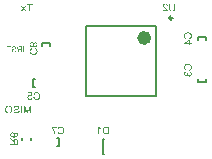
<source format=gbo>
%FSLAX25Y25*%
%MOIN*%
G70*
G01*
G75*
G04 Layer_Color=32896*
%ADD10R,0.03543X0.02953*%
%ADD11R,0.02953X0.01772*%
%ADD12R,0.02953X0.01772*%
%ADD13R,0.04134X0.05906*%
%ADD14R,0.08661X0.02362*%
%ADD15R,0.08661X0.02362*%
%ADD16R,0.02953X0.03543*%
%ADD17R,0.03150X0.03740*%
%ADD18R,0.09449X0.12992*%
%ADD19R,0.09449X0.03937*%
%ADD20C,0.01200*%
%ADD21C,0.05000*%
%ADD22C,0.04000*%
%ADD23C,0.02000*%
%ADD24C,0.05906*%
%ADD25R,0.05906X0.05906*%
%ADD26C,0.02787*%
%ADD27R,0.05906X0.05906*%
%ADD28C,0.02500*%
%ADD29R,0.03740X0.03150*%
%ADD30O,0.02165X0.06496*%
%ADD31O,0.06496X0.02165*%
%ADD32C,0.01000*%
%ADD33C,0.00787*%
%ADD34C,0.00984*%
%ADD35R,0.04343X0.03753*%
%ADD36R,0.03753X0.02572*%
%ADD37R,0.03753X0.02572*%
%ADD38R,0.04934X0.06706*%
%ADD39R,0.09461X0.03162*%
%ADD40R,0.09461X0.03162*%
%ADD41R,0.03753X0.04343*%
%ADD42R,0.03950X0.04540*%
%ADD43R,0.10249X0.13792*%
%ADD44R,0.10249X0.04737*%
%ADD45C,0.06706*%
%ADD46R,0.06706X0.06706*%
%ADD47C,0.04187*%
%ADD48R,0.06706X0.06706*%
%ADD49C,0.03300*%
%ADD50C,0.03900*%
%ADD51R,0.04540X0.03950*%
%ADD52O,0.02965X0.07296*%
%ADD53O,0.07296X0.02965*%
%ADD54C,0.02362*%
G36*
X1036704Y161959D02*
X1037378Y161000D01*
X1036996D01*
X1036497Y161710D01*
X1036411Y161573D01*
X1036029Y161000D01*
X1035643D01*
X1036318Y161959D01*
X1035686Y162856D01*
X1036068D01*
X1036380Y162416D01*
X1036427Y162346D01*
X1036450Y162310D01*
X1036474Y162279D01*
X1036493Y162252D01*
X1036509Y162232D01*
X1036516Y162217D01*
X1036520Y162213D01*
X1036559Y162279D01*
X1036602Y162346D01*
X1036622Y162373D01*
X1036633Y162396D01*
X1036645Y162412D01*
X1036649Y162416D01*
X1036942Y162856D01*
X1037328D01*
X1036704Y161959D01*
D02*
G37*
G36*
X1087000Y162080D02*
Y162006D01*
X1086996Y161936D01*
X1086992Y161870D01*
X1086984Y161807D01*
X1086977Y161753D01*
X1086969Y161698D01*
X1086961Y161651D01*
X1086949Y161608D01*
X1086942Y161569D01*
X1086934Y161534D01*
X1086926Y161503D01*
X1086918Y161480D01*
X1086910Y161460D01*
X1086906Y161449D01*
X1086903Y161441D01*
Y161437D01*
X1086860Y161355D01*
X1086809Y161281D01*
X1086758Y161222D01*
X1086704Y161172D01*
X1086657Y161129D01*
X1086614Y161101D01*
X1086598Y161090D01*
X1086590Y161086D01*
X1086583Y161078D01*
X1086579D01*
X1086489Y161039D01*
X1086388Y161008D01*
X1086290Y160988D01*
X1086197Y160973D01*
X1086154Y160969D01*
X1086115Y160965D01*
X1086080Y160961D01*
X1086048D01*
X1086025Y160957D01*
X1085990D01*
X1085857Y160965D01*
X1085740Y160980D01*
X1085686Y160988D01*
X1085639Y161000D01*
X1085592Y161016D01*
X1085553Y161027D01*
X1085518Y161039D01*
X1085483Y161055D01*
X1085456Y161066D01*
X1085436Y161074D01*
X1085417Y161086D01*
X1085405Y161090D01*
X1085397Y161098D01*
X1085393D01*
X1085315Y161156D01*
X1085245Y161214D01*
X1085190Y161277D01*
X1085147Y161335D01*
X1085116Y161390D01*
X1085093Y161429D01*
X1085085Y161445D01*
X1085081Y161456D01*
X1085077Y161464D01*
Y161468D01*
X1085046Y161558D01*
X1085027Y161659D01*
X1085011Y161760D01*
X1084999Y161858D01*
X1084995Y161905D01*
X1084991Y161948D01*
Y161983D01*
X1084988Y162018D01*
Y162045D01*
Y162065D01*
Y162076D01*
Y162080D01*
Y163562D01*
X1085327D01*
Y162080D01*
Y161995D01*
X1085335Y161913D01*
X1085343Y161842D01*
X1085350Y161776D01*
X1085362Y161714D01*
X1085378Y161663D01*
X1085393Y161616D01*
X1085405Y161573D01*
X1085421Y161538D01*
X1085436Y161507D01*
X1085448Y161484D01*
X1085463Y161464D01*
X1085471Y161449D01*
X1085479Y161437D01*
X1085487Y161433D01*
Y161429D01*
X1085518Y161398D01*
X1085557Y161374D01*
X1085639Y161331D01*
X1085725Y161304D01*
X1085814Y161281D01*
X1085892Y161269D01*
X1085927Y161265D01*
X1085959D01*
X1085986Y161261D01*
X1086021D01*
X1086099Y161265D01*
X1086169Y161273D01*
X1086232Y161289D01*
X1086286Y161304D01*
X1086329Y161316D01*
X1086360Y161331D01*
X1086380Y161339D01*
X1086388Y161343D01*
X1086442Y161378D01*
X1086485Y161417D01*
X1086524Y161460D01*
X1086551Y161499D01*
X1086575Y161534D01*
X1086590Y161562D01*
X1086598Y161581D01*
X1086602Y161589D01*
X1086614Y161620D01*
X1086622Y161655D01*
X1086637Y161733D01*
X1086645Y161815D01*
X1086653Y161893D01*
X1086657Y161967D01*
X1086661Y161998D01*
Y162026D01*
Y162049D01*
Y162065D01*
Y162076D01*
Y162080D01*
Y163562D01*
X1087000D01*
Y162080D01*
D02*
G37*
G36*
X1039000Y127000D02*
X1038672D01*
Y129180D01*
X1037935Y127000D01*
X1037631D01*
X1036882Y129145D01*
Y127000D01*
X1036555D01*
Y129562D01*
X1037015D01*
X1037627Y127780D01*
X1037658Y127682D01*
X1037690Y127601D01*
X1037713Y127530D01*
X1037729Y127472D01*
X1037744Y127429D01*
X1037756Y127398D01*
X1037760Y127378D01*
X1037764Y127371D01*
X1037779Y127421D01*
X1037799Y127484D01*
X1037818Y127546D01*
X1037838Y127608D01*
X1037857Y127663D01*
X1037873Y127706D01*
X1037877Y127725D01*
X1037881Y127737D01*
X1037885Y127745D01*
Y127749D01*
X1038493Y129562D01*
X1039000D01*
Y127000D01*
D02*
G37*
G36*
X1039500Y163262D02*
X1038658D01*
Y161000D01*
X1038318D01*
Y163262D01*
X1037476D01*
Y163562D01*
X1039500D01*
Y163262D01*
D02*
G37*
G36*
X1061603Y122512D02*
X1061646Y122449D01*
X1061693Y122391D01*
X1061740Y122336D01*
X1061782Y122293D01*
X1061818Y122258D01*
X1061841Y122235D01*
X1061845Y122231D01*
X1061849Y122227D01*
X1061923Y122164D01*
X1062001Y122106D01*
X1062079Y122055D01*
X1062149Y122012D01*
X1062212Y121977D01*
X1062239Y121966D01*
X1062262Y121954D01*
X1062278Y121942D01*
X1062293Y121934D01*
X1062301Y121931D01*
X1062305D01*
Y121622D01*
X1062251Y121646D01*
X1062192Y121673D01*
X1062137Y121696D01*
X1062087Y121724D01*
X1062044Y121747D01*
X1062009Y121767D01*
X1061985Y121782D01*
X1061981Y121786D01*
X1061977D01*
X1061911Y121825D01*
X1061853Y121868D01*
X1061802Y121903D01*
X1061759Y121938D01*
X1061724Y121966D01*
X1061697Y121985D01*
X1061681Y122001D01*
X1061677Y122005D01*
Y120000D01*
X1061361D01*
Y122574D01*
X1061568D01*
X1061603Y122512D01*
D02*
G37*
G36*
X1039397Y148423D02*
X1039284Y148391D01*
X1039182Y148353D01*
X1039101Y148306D01*
X1039030Y148263D01*
X1038980Y148220D01*
X1038941Y148185D01*
X1038917Y148161D01*
X1038913Y148158D01*
X1038910Y148154D01*
X1038855Y148076D01*
X1038816Y147998D01*
X1038785Y147916D01*
X1038765Y147842D01*
X1038754Y147775D01*
X1038750Y147744D01*
Y147721D01*
X1038746Y147701D01*
Y147686D01*
Y147678D01*
Y147674D01*
X1038750Y147588D01*
X1038765Y147506D01*
X1038785Y147432D01*
X1038804Y147370D01*
X1038828Y147315D01*
X1038843Y147272D01*
X1038851Y147257D01*
X1038859Y147245D01*
X1038863Y147241D01*
Y147237D01*
X1038913Y147167D01*
X1038972Y147108D01*
X1039030Y147058D01*
X1039093Y147015D01*
X1039143Y146984D01*
X1039190Y146964D01*
X1039206Y146956D01*
X1039218Y146949D01*
X1039225Y146945D01*
X1039229D01*
X1039323Y146913D01*
X1039420Y146890D01*
X1039518Y146874D01*
X1039608Y146863D01*
X1039647Y146859D01*
X1039682Y146855D01*
X1039717D01*
X1039744Y146851D01*
X1039799D01*
X1039892Y146855D01*
X1039982Y146863D01*
X1040064Y146874D01*
X1040138Y146890D01*
X1040200Y146906D01*
X1040228Y146909D01*
X1040247Y146917D01*
X1040267Y146921D01*
X1040278Y146925D01*
X1040286Y146929D01*
X1040290D01*
X1040376Y146964D01*
X1040454Y147007D01*
X1040516Y147054D01*
X1040571Y147097D01*
X1040614Y147140D01*
X1040645Y147175D01*
X1040664Y147198D01*
X1040672Y147202D01*
Y147206D01*
X1040719Y147284D01*
X1040754Y147366D01*
X1040781Y147448D01*
X1040797Y147526D01*
X1040809Y147596D01*
X1040813Y147623D01*
Y147651D01*
X1040817Y147670D01*
Y147686D01*
Y147693D01*
Y147697D01*
X1040813Y147791D01*
X1040797Y147873D01*
X1040778Y147947D01*
X1040754Y148005D01*
X1040727Y148056D01*
X1040707Y148091D01*
X1040692Y148115D01*
X1040688Y148122D01*
X1040633Y148185D01*
X1040571Y148235D01*
X1040501Y148282D01*
X1040434Y148317D01*
X1040376Y148345D01*
X1040349Y148356D01*
X1040325Y148368D01*
X1040306Y148376D01*
X1040290Y148380D01*
X1040282Y148384D01*
X1040278D01*
X1040356Y148719D01*
X1040481Y148672D01*
X1040540Y148645D01*
X1040590Y148618D01*
X1040641Y148586D01*
X1040688Y148555D01*
X1040727Y148528D01*
X1040766Y148497D01*
X1040797Y148469D01*
X1040824Y148442D01*
X1040852Y148415D01*
X1040871Y148395D01*
X1040887Y148376D01*
X1040899Y148364D01*
X1040902Y148356D01*
X1040906Y148353D01*
X1040941Y148302D01*
X1040973Y148251D01*
X1041000Y148196D01*
X1041023Y148142D01*
X1041058Y148033D01*
X1041082Y147931D01*
X1041090Y147885D01*
X1041094Y147842D01*
X1041097Y147803D01*
X1041101Y147771D01*
X1041105Y147744D01*
Y147721D01*
Y147709D01*
Y147705D01*
X1041097Y147580D01*
X1041082Y147463D01*
X1041055Y147358D01*
X1041043Y147311D01*
X1041027Y147268D01*
X1041012Y147229D01*
X1041000Y147190D01*
X1040984Y147159D01*
X1040973Y147136D01*
X1040965Y147112D01*
X1040957Y147097D01*
X1040949Y147089D01*
Y147085D01*
X1040887Y146987D01*
X1040813Y146898D01*
X1040739Y146824D01*
X1040664Y146765D01*
X1040598Y146714D01*
X1040571Y146695D01*
X1040547Y146679D01*
X1040524Y146668D01*
X1040508Y146660D01*
X1040501Y146652D01*
X1040497D01*
X1040384Y146601D01*
X1040263Y146562D01*
X1040146Y146539D01*
X1040037Y146519D01*
X1039986Y146512D01*
X1039943Y146508D01*
X1039900Y146504D01*
X1039865D01*
X1039838Y146500D01*
X1039799D01*
X1039662Y146504D01*
X1039537Y146519D01*
X1039420Y146543D01*
X1039366Y146555D01*
X1039319Y146566D01*
X1039272Y146578D01*
X1039233Y146590D01*
X1039198Y146601D01*
X1039167Y146613D01*
X1039143Y146621D01*
X1039128Y146629D01*
X1039116Y146633D01*
X1039112D01*
X1038999Y146687D01*
X1038902Y146754D01*
X1038816Y146816D01*
X1038750Y146882D01*
X1038695Y146937D01*
X1038656Y146984D01*
X1038644Y147003D01*
X1038633Y147015D01*
X1038629Y147023D01*
X1038625Y147027D01*
X1038594Y147077D01*
X1038570Y147132D01*
X1038527Y147241D01*
X1038500Y147354D01*
X1038477Y147463D01*
X1038473Y147510D01*
X1038465Y147557D01*
X1038461Y147596D01*
Y147631D01*
X1038457Y147662D01*
Y147682D01*
Y147697D01*
Y147701D01*
X1038461Y147775D01*
X1038465Y147845D01*
X1038492Y147974D01*
X1038508Y148033D01*
X1038527Y148091D01*
X1038547Y148142D01*
X1038566Y148189D01*
X1038586Y148232D01*
X1038605Y148267D01*
X1038625Y148298D01*
X1038640Y148325D01*
X1038656Y148349D01*
X1038668Y148364D01*
X1038672Y148372D01*
X1038675Y148376D01*
X1038718Y148427D01*
X1038765Y148473D01*
X1038867Y148551D01*
X1038972Y148622D01*
X1039077Y148672D01*
X1039124Y148696D01*
X1039167Y148711D01*
X1039210Y148727D01*
X1039241Y148742D01*
X1039272Y148750D01*
X1039292Y148758D01*
X1039307Y148762D01*
X1039311D01*
X1039397Y148423D01*
D02*
G37*
G36*
X1083771Y163570D02*
X1083833Y163566D01*
X1083950Y163543D01*
X1084001Y163531D01*
X1084052Y163515D01*
X1084095Y163496D01*
X1084134Y163480D01*
X1084169Y163461D01*
X1084200Y163445D01*
X1084227Y163426D01*
X1084251Y163414D01*
X1084266Y163402D01*
X1084278Y163391D01*
X1084286Y163387D01*
X1084289Y163383D01*
X1084328Y163344D01*
X1084360Y163305D01*
X1084418Y163215D01*
X1084461Y163126D01*
X1084492Y163036D01*
X1084516Y162958D01*
X1084520Y162923D01*
X1084527Y162891D01*
X1084531Y162868D01*
X1084535Y162849D01*
Y162837D01*
Y162833D01*
X1084212Y162798D01*
X1084204Y162884D01*
X1084188Y162958D01*
X1084169Y163020D01*
X1084141Y163075D01*
X1084118Y163118D01*
X1084095Y163149D01*
X1084079Y163164D01*
X1084075Y163172D01*
X1084020Y163219D01*
X1083962Y163254D01*
X1083899Y163278D01*
X1083841Y163297D01*
X1083790Y163305D01*
X1083751Y163309D01*
X1083736Y163313D01*
X1083712D01*
X1083634Y163309D01*
X1083564Y163293D01*
X1083506Y163274D01*
X1083455Y163250D01*
X1083416Y163223D01*
X1083385Y163204D01*
X1083369Y163188D01*
X1083361Y163184D01*
X1083315Y163133D01*
X1083283Y163079D01*
X1083260Y163028D01*
X1083240Y162977D01*
X1083233Y162934D01*
X1083229Y162899D01*
X1083225Y162876D01*
Y162872D01*
Y162868D01*
X1083233Y162802D01*
X1083248Y162732D01*
X1083272Y162669D01*
X1083299Y162611D01*
X1083326Y162560D01*
X1083350Y162521D01*
X1083357Y162505D01*
X1083365Y162494D01*
X1083373Y162490D01*
Y162486D01*
X1083404Y162447D01*
X1083439Y162404D01*
X1083478Y162361D01*
X1083525Y162318D01*
X1083619Y162229D01*
X1083712Y162139D01*
X1083798Y162065D01*
X1083837Y162030D01*
X1083872Y162002D01*
X1083899Y161975D01*
X1083919Y161959D01*
X1083935Y161948D01*
X1083939Y161944D01*
X1084032Y161862D01*
X1084118Y161788D01*
X1084188Y161722D01*
X1084247Y161667D01*
X1084293Y161620D01*
X1084325Y161585D01*
X1084344Y161562D01*
X1084352Y161558D01*
Y161554D01*
X1084403Y161491D01*
X1084442Y161433D01*
X1084481Y161374D01*
X1084508Y161324D01*
X1084531Y161277D01*
X1084547Y161246D01*
X1084555Y161222D01*
X1084559Y161218D01*
Y161214D01*
X1084570Y161176D01*
X1084582Y161136D01*
X1084586Y161101D01*
X1084590Y161070D01*
X1084594Y161043D01*
Y161020D01*
Y161004D01*
Y161000D01*
X1082897D01*
Y161300D01*
X1084157D01*
X1084114Y161363D01*
X1084071Y161413D01*
X1084052Y161437D01*
X1084036Y161452D01*
X1084028Y161464D01*
X1084024Y161468D01*
X1084005Y161487D01*
X1083985Y161507D01*
X1083935Y161554D01*
X1083872Y161608D01*
X1083814Y161663D01*
X1083755Y161714D01*
X1083708Y161753D01*
X1083689Y161768D01*
X1083673Y161780D01*
X1083665Y161788D01*
X1083662Y161792D01*
X1083599Y161846D01*
X1083545Y161893D01*
X1083490Y161940D01*
X1083443Y161983D01*
X1083400Y162026D01*
X1083361Y162061D01*
X1083322Y162096D01*
X1083291Y162127D01*
X1083264Y162154D01*
X1083240Y162178D01*
X1083205Y162213D01*
X1083186Y162236D01*
X1083178Y162244D01*
X1083127Y162306D01*
X1083080Y162361D01*
X1083045Y162416D01*
X1083018Y162462D01*
X1082995Y162502D01*
X1082979Y162529D01*
X1082971Y162548D01*
X1082967Y162556D01*
X1082944Y162611D01*
X1082928Y162665D01*
X1082917Y162716D01*
X1082909Y162763D01*
X1082905Y162802D01*
X1082901Y162833D01*
Y162853D01*
Y162860D01*
X1082905Y162915D01*
X1082909Y162970D01*
X1082936Y163067D01*
X1082971Y163153D01*
X1083010Y163227D01*
X1083049Y163285D01*
X1083069Y163309D01*
X1083084Y163332D01*
X1083100Y163348D01*
X1083112Y163359D01*
X1083116Y163363D01*
X1083119Y163367D01*
X1083162Y163402D01*
X1083205Y163437D01*
X1083252Y163465D01*
X1083303Y163488D01*
X1083400Y163523D01*
X1083494Y163547D01*
X1083537Y163558D01*
X1083576Y163562D01*
X1083611Y163566D01*
X1083642Y163570D01*
X1083669Y163574D01*
X1083704D01*
X1083771Y163570D01*
D02*
G37*
G36*
X1065000Y120000D02*
X1064080D01*
X1063994Y120004D01*
X1063916Y120008D01*
X1063846Y120016D01*
X1063787Y120023D01*
X1063736Y120031D01*
X1063701Y120035D01*
X1063678Y120043D01*
X1063670D01*
X1063604Y120062D01*
X1063545Y120082D01*
X1063495Y120101D01*
X1063452Y120121D01*
X1063417Y120140D01*
X1063389Y120156D01*
X1063370Y120164D01*
X1063366Y120168D01*
X1063319Y120203D01*
X1063276Y120242D01*
X1063233Y120281D01*
X1063202Y120316D01*
X1063171Y120351D01*
X1063151Y120378D01*
X1063136Y120394D01*
X1063132Y120402D01*
X1063093Y120460D01*
X1063058Y120523D01*
X1063027Y120585D01*
X1063003Y120643D01*
X1062984Y120698D01*
X1062968Y120737D01*
X1062964Y120753D01*
X1062960Y120764D01*
X1062956Y120772D01*
Y120776D01*
X1062933Y120862D01*
X1062917Y120952D01*
X1062902Y121041D01*
X1062894Y121119D01*
X1062890Y121189D01*
Y121221D01*
X1062886Y121244D01*
Y121267D01*
Y121283D01*
Y121291D01*
Y121295D01*
X1062890Y121420D01*
X1062902Y121533D01*
X1062917Y121634D01*
X1062929Y121681D01*
X1062937Y121724D01*
X1062945Y121763D01*
X1062956Y121798D01*
X1062964Y121829D01*
X1062972Y121853D01*
X1062980Y121872D01*
X1062984Y121888D01*
X1062988Y121895D01*
Y121899D01*
X1063031Y121997D01*
X1063077Y122083D01*
X1063128Y122157D01*
X1063179Y122219D01*
X1063222Y122270D01*
X1063257Y122309D01*
X1063284Y122332D01*
X1063288Y122340D01*
X1063292D01*
X1063354Y122387D01*
X1063417Y122426D01*
X1063479Y122457D01*
X1063538Y122480D01*
X1063588Y122500D01*
X1063631Y122512D01*
X1063647Y122519D01*
X1063655D01*
X1063662Y122523D01*
X1063666D01*
X1063729Y122535D01*
X1063803Y122547D01*
X1063881Y122555D01*
X1063951Y122558D01*
X1064017Y122562D01*
X1065000D01*
Y120000D01*
D02*
G37*
G36*
X1035891Y147385D02*
X1035637D01*
Y148237D01*
X1035310D01*
X1035281Y148234D01*
X1035258D01*
X1035237Y148231D01*
X1035223Y148229D01*
X1035211D01*
X1035205Y148226D01*
X1035202D01*
X1035158Y148211D01*
X1035123Y148194D01*
X1035109Y148185D01*
X1035097Y148179D01*
X1035091Y148176D01*
X1035088Y148173D01*
X1035065Y148159D01*
X1035044Y148138D01*
X1035001Y148097D01*
X1034986Y148077D01*
X1034971Y148059D01*
X1034963Y148047D01*
X1034960Y148045D01*
X1034931Y148007D01*
X1034901Y147966D01*
X1034869Y147922D01*
X1034840Y147878D01*
X1034814Y147840D01*
X1034793Y147811D01*
X1034787Y147799D01*
X1034781Y147791D01*
X1034776Y147785D01*
Y147782D01*
X1034522Y147385D01*
X1034203D01*
X1034536Y147905D01*
X1034574Y147960D01*
X1034612Y148010D01*
X1034647Y148053D01*
X1034679Y148091D01*
X1034706Y148120D01*
X1034726Y148144D01*
X1034741Y148156D01*
X1034746Y148161D01*
X1034767Y148179D01*
X1034793Y148196D01*
X1034843Y148229D01*
X1034863Y148240D01*
X1034881Y148249D01*
X1034892Y148255D01*
X1034898Y148258D01*
X1034849Y148266D01*
X1034802Y148275D01*
X1034758Y148287D01*
X1034720Y148302D01*
X1034682Y148316D01*
X1034650Y148331D01*
X1034618Y148345D01*
X1034592Y148360D01*
X1034568Y148375D01*
X1034548Y148386D01*
X1034530Y148401D01*
X1034516Y148410D01*
X1034507Y148421D01*
X1034498Y148427D01*
X1034492Y148433D01*
X1034469Y148459D01*
X1034449Y148488D01*
X1034414Y148547D01*
X1034390Y148602D01*
X1034376Y148658D01*
X1034364Y148705D01*
X1034361Y148725D01*
Y148742D01*
X1034358Y148757D01*
Y148769D01*
Y148775D01*
Y148777D01*
X1034361Y148836D01*
X1034370Y148889D01*
X1034384Y148938D01*
X1034399Y148982D01*
X1034414Y149017D01*
X1034428Y149043D01*
X1034437Y149061D01*
X1034440Y149067D01*
X1034472Y149113D01*
X1034507Y149151D01*
X1034542Y149183D01*
X1034577Y149207D01*
X1034606Y149227D01*
X1034630Y149242D01*
X1034647Y149248D01*
X1034650Y149251D01*
X1034653D01*
X1034679Y149259D01*
X1034708Y149268D01*
X1034770Y149280D01*
X1034834Y149292D01*
X1034895Y149297D01*
X1034954Y149300D01*
X1034977D01*
X1035001Y149303D01*
X1035891D01*
Y147385D01*
D02*
G37*
G36*
X1036604D02*
X1036335D01*
Y147653D01*
X1036604D01*
Y147385D01*
D02*
G37*
G36*
X1033371Y149332D02*
X1033438Y149324D01*
X1033497Y149315D01*
X1033549Y149303D01*
X1033590Y149288D01*
X1033608Y149283D01*
X1033622Y149280D01*
X1033637Y149274D01*
X1033646Y149271D01*
X1033649Y149268D01*
X1033652D01*
X1033707Y149242D01*
X1033757Y149210D01*
X1033797Y149178D01*
X1033830Y149148D01*
X1033856Y149119D01*
X1033876Y149096D01*
X1033888Y149081D01*
X1033891Y149078D01*
Y149075D01*
X1033917Y149029D01*
X1033938Y148979D01*
X1033952Y148935D01*
X1033961Y148891D01*
X1033967Y148856D01*
X1033973Y148830D01*
Y148818D01*
Y148810D01*
Y148807D01*
Y148804D01*
X1033970Y148757D01*
X1033961Y148710D01*
X1033952Y148670D01*
X1033938Y148635D01*
X1033926Y148605D01*
X1033917Y148585D01*
X1033908Y148570D01*
X1033906Y148564D01*
X1033876Y148526D01*
X1033844Y148491D01*
X1033812Y148462D01*
X1033777Y148436D01*
X1033748Y148416D01*
X1033724Y148401D01*
X1033707Y148389D01*
X1033704Y148386D01*
X1033701D01*
X1033681Y148375D01*
X1033654Y148366D01*
X1033599Y148345D01*
X1033538Y148325D01*
X1033476Y148304D01*
X1033421Y148290D01*
X1033397Y148284D01*
X1033377Y148278D01*
X1033360Y148272D01*
X1033345Y148269D01*
X1033336Y148266D01*
X1033333D01*
X1033286Y148255D01*
X1033243Y148243D01*
X1033202Y148234D01*
X1033167Y148226D01*
X1033138Y148217D01*
X1033108Y148208D01*
X1033085Y148202D01*
X1033062Y148196D01*
X1033044Y148191D01*
X1033029Y148185D01*
X1033006Y148179D01*
X1032994Y148176D01*
X1032992Y148173D01*
X1032951Y148156D01*
X1032913Y148135D01*
X1032883Y148118D01*
X1032860Y148100D01*
X1032843Y148083D01*
X1032828Y148071D01*
X1032822Y148062D01*
X1032819Y148059D01*
X1032802Y148033D01*
X1032790Y148007D01*
X1032778Y147980D01*
X1032773Y147954D01*
X1032770Y147934D01*
X1032767Y147916D01*
Y147905D01*
Y147901D01*
X1032770Y147869D01*
X1032775Y147840D01*
X1032784Y147811D01*
X1032793Y147788D01*
X1032805Y147767D01*
X1032813Y147753D01*
X1032819Y147741D01*
X1032822Y147738D01*
X1032846Y147712D01*
X1032872Y147688D01*
X1032898Y147668D01*
X1032927Y147650D01*
X1032951Y147636D01*
X1032971Y147627D01*
X1032983Y147621D01*
X1032989Y147618D01*
X1033033Y147604D01*
X1033076Y147595D01*
X1033117Y147586D01*
X1033158Y147583D01*
X1033190Y147580D01*
X1033219Y147577D01*
X1033243D01*
X1033301Y147580D01*
X1033357Y147586D01*
X1033409Y147595D01*
X1033450Y147607D01*
X1033488Y147615D01*
X1033514Y147624D01*
X1033532Y147630D01*
X1033535Y147633D01*
X1033538D01*
X1033581Y147656D01*
X1033622Y147680D01*
X1033654Y147706D01*
X1033681Y147729D01*
X1033704Y147750D01*
X1033719Y147767D01*
X1033727Y147779D01*
X1033730Y147782D01*
X1033751Y147820D01*
X1033768Y147858D01*
X1033780Y147899D01*
X1033792Y147937D01*
X1033797Y147972D01*
X1033803Y147998D01*
X1033806Y148015D01*
Y148018D01*
Y148021D01*
X1034046Y148001D01*
X1034040Y147931D01*
X1034028Y147866D01*
X1034011Y147805D01*
X1033993Y147756D01*
X1033976Y147712D01*
X1033967Y147694D01*
X1033958Y147680D01*
X1033952Y147668D01*
X1033946Y147659D01*
X1033943Y147656D01*
Y147653D01*
X1033903Y147601D01*
X1033856Y147554D01*
X1033812Y147516D01*
X1033765Y147484D01*
X1033727Y147458D01*
X1033695Y147440D01*
X1033684Y147434D01*
X1033675Y147429D01*
X1033669Y147426D01*
X1033666D01*
X1033596Y147402D01*
X1033523Y147385D01*
X1033450Y147370D01*
X1033383Y147361D01*
X1033351Y147358D01*
X1033321Y147355D01*
X1033295D01*
X1033275Y147353D01*
X1033231D01*
X1033155Y147355D01*
X1033088Y147364D01*
X1033024Y147376D01*
X1032971Y147390D01*
X1032924Y147402D01*
X1032907Y147408D01*
X1032892Y147414D01*
X1032881Y147420D01*
X1032872Y147423D01*
X1032866Y147426D01*
X1032863D01*
X1032805Y147458D01*
X1032752Y147490D01*
X1032708Y147525D01*
X1032673Y147560D01*
X1032644Y147589D01*
X1032627Y147613D01*
X1032612Y147630D01*
X1032609Y147636D01*
X1032580Y147686D01*
X1032559Y147738D01*
X1032542Y147788D01*
X1032533Y147831D01*
X1032527Y147869D01*
X1032522Y147899D01*
Y147910D01*
Y147919D01*
Y147922D01*
Y147925D01*
X1032524Y147980D01*
X1032533Y148033D01*
X1032548Y148080D01*
X1032562Y148118D01*
X1032577Y148153D01*
X1032592Y148176D01*
X1032600Y148191D01*
X1032603Y148196D01*
X1032635Y148237D01*
X1032673Y148275D01*
X1032714Y148310D01*
X1032755Y148339D01*
X1032793Y148360D01*
X1032822Y148378D01*
X1032834Y148383D01*
X1032840Y148389D01*
X1032846Y148392D01*
X1032848D01*
X1032872Y148401D01*
X1032901Y148413D01*
X1032930Y148424D01*
X1032965Y148433D01*
X1033035Y148453D01*
X1033105Y148474D01*
X1033170Y148488D01*
X1033199Y148497D01*
X1033225Y148503D01*
X1033246Y148509D01*
X1033260Y148512D01*
X1033272Y148515D01*
X1033275D01*
X1033330Y148529D01*
X1033380Y148541D01*
X1033424Y148553D01*
X1033465Y148567D01*
X1033500Y148579D01*
X1033529Y148588D01*
X1033555Y148599D01*
X1033578Y148611D01*
X1033599Y148620D01*
X1033617Y148626D01*
X1033628Y148635D01*
X1033637Y148640D01*
X1033652Y148649D01*
X1033654Y148652D01*
X1033678Y148678D01*
X1033695Y148705D01*
X1033710Y148734D01*
X1033719Y148760D01*
X1033724Y148783D01*
X1033727Y148804D01*
Y148816D01*
Y148821D01*
X1033722Y148865D01*
X1033710Y148903D01*
X1033695Y148938D01*
X1033675Y148967D01*
X1033657Y148994D01*
X1033640Y149011D01*
X1033628Y149023D01*
X1033625Y149026D01*
X1033605Y149040D01*
X1033581Y149055D01*
X1033529Y149075D01*
X1033473Y149090D01*
X1033418Y149099D01*
X1033368Y149108D01*
X1033345D01*
X1033327Y149110D01*
X1033289D01*
X1033211Y149108D01*
X1033143Y149096D01*
X1033085Y149081D01*
X1033038Y149064D01*
X1033003Y149046D01*
X1032977Y149032D01*
X1032962Y149020D01*
X1032957Y149017D01*
X1032919Y148979D01*
X1032887Y148935D01*
X1032863Y148891D01*
X1032846Y148848D01*
X1032834Y148807D01*
X1032828Y148775D01*
X1032825Y148763D01*
X1032822Y148754D01*
Y148748D01*
Y148745D01*
X1032580Y148763D01*
X1032586Y148824D01*
X1032597Y148880D01*
X1032615Y148932D01*
X1032632Y148976D01*
X1032647Y149011D01*
X1032662Y149040D01*
X1032673Y149058D01*
X1032676Y149064D01*
X1032711Y149110D01*
X1032752Y149151D01*
X1032793Y149186D01*
X1032834Y149215D01*
X1032872Y149236D01*
X1032901Y149253D01*
X1032913Y149259D01*
X1032922Y149262D01*
X1032924Y149265D01*
X1032927D01*
X1032989Y149288D01*
X1033053Y149306D01*
X1033117Y149318D01*
X1033175Y149327D01*
X1033225Y149332D01*
X1033246D01*
X1033266Y149335D01*
X1033301D01*
X1033371Y149332D01*
D02*
G37*
G36*
X1032317Y149078D02*
X1031686D01*
Y147385D01*
X1031432D01*
Y149078D01*
X1030802D01*
Y149303D01*
X1032317D01*
Y149078D01*
D02*
G37*
G36*
X1034226Y129601D02*
X1034316Y129590D01*
X1034394Y129578D01*
X1034464Y129562D01*
X1034519Y129543D01*
X1034542Y129535D01*
X1034562Y129531D01*
X1034581Y129523D01*
X1034593Y129519D01*
X1034597Y129516D01*
X1034601D01*
X1034675Y129480D01*
X1034741Y129437D01*
X1034796Y129395D01*
X1034839Y129356D01*
X1034874Y129317D01*
X1034901Y129285D01*
X1034917Y129266D01*
X1034921Y129262D01*
Y129258D01*
X1034956Y129196D01*
X1034983Y129129D01*
X1035003Y129071D01*
X1035014Y129012D01*
X1035022Y128966D01*
X1035030Y128930D01*
Y128915D01*
Y128903D01*
Y128899D01*
Y128895D01*
X1035026Y128833D01*
X1035014Y128771D01*
X1035003Y128716D01*
X1034983Y128669D01*
X1034967Y128630D01*
X1034956Y128603D01*
X1034944Y128583D01*
X1034940Y128576D01*
X1034901Y128525D01*
X1034858Y128478D01*
X1034815Y128439D01*
X1034768Y128404D01*
X1034729Y128377D01*
X1034698Y128357D01*
X1034675Y128342D01*
X1034671Y128338D01*
X1034667D01*
X1034640Y128322D01*
X1034605Y128310D01*
X1034531Y128283D01*
X1034449Y128256D01*
X1034367Y128228D01*
X1034293Y128209D01*
X1034262Y128201D01*
X1034234Y128193D01*
X1034211Y128186D01*
X1034191Y128182D01*
X1034180Y128178D01*
X1034176D01*
X1034113Y128162D01*
X1034055Y128147D01*
X1034000Y128135D01*
X1033953Y128123D01*
X1033914Y128112D01*
X1033875Y128100D01*
X1033844Y128092D01*
X1033813Y128084D01*
X1033790Y128076D01*
X1033770Y128069D01*
X1033739Y128061D01*
X1033723Y128057D01*
X1033719Y128053D01*
X1033665Y128030D01*
X1033614Y128002D01*
X1033575Y127979D01*
X1033544Y127955D01*
X1033521Y127932D01*
X1033501Y127917D01*
X1033493Y127905D01*
X1033489Y127901D01*
X1033466Y127866D01*
X1033450Y127831D01*
X1033435Y127796D01*
X1033427Y127761D01*
X1033423Y127733D01*
X1033419Y127710D01*
Y127694D01*
Y127690D01*
X1033423Y127647D01*
X1033431Y127608D01*
X1033442Y127569D01*
X1033454Y127538D01*
X1033470Y127511D01*
X1033482Y127491D01*
X1033489Y127476D01*
X1033493Y127472D01*
X1033524Y127437D01*
X1033560Y127406D01*
X1033595Y127378D01*
X1033634Y127355D01*
X1033665Y127335D01*
X1033692Y127324D01*
X1033708Y127316D01*
X1033716Y127312D01*
X1033774Y127293D01*
X1033832Y127281D01*
X1033887Y127269D01*
X1033942Y127265D01*
X1033985Y127261D01*
X1034024Y127257D01*
X1034055D01*
X1034133Y127261D01*
X1034207Y127269D01*
X1034277Y127281D01*
X1034332Y127296D01*
X1034382Y127308D01*
X1034418Y127320D01*
X1034441Y127328D01*
X1034445Y127331D01*
X1034449D01*
X1034507Y127363D01*
X1034562Y127394D01*
X1034605Y127429D01*
X1034640Y127460D01*
X1034671Y127488D01*
X1034690Y127511D01*
X1034702Y127526D01*
X1034706Y127530D01*
X1034733Y127581D01*
X1034757Y127632D01*
X1034772Y127686D01*
X1034788Y127737D01*
X1034796Y127784D01*
X1034804Y127819D01*
X1034807Y127842D01*
Y127846D01*
Y127850D01*
X1035127Y127823D01*
X1035120Y127729D01*
X1035104Y127644D01*
X1035081Y127562D01*
X1035057Y127495D01*
X1035034Y127437D01*
X1035022Y127413D01*
X1035010Y127394D01*
X1035003Y127378D01*
X1034995Y127367D01*
X1034991Y127363D01*
Y127359D01*
X1034936Y127289D01*
X1034874Y127226D01*
X1034815Y127175D01*
X1034753Y127133D01*
X1034702Y127097D01*
X1034659Y127074D01*
X1034644Y127066D01*
X1034632Y127058D01*
X1034624Y127055D01*
X1034620D01*
X1034527Y127023D01*
X1034429Y127000D01*
X1034332Y126980D01*
X1034242Y126969D01*
X1034199Y126965D01*
X1034160Y126961D01*
X1034125D01*
X1034098Y126957D01*
X1034039D01*
X1033938Y126961D01*
X1033848Y126973D01*
X1033762Y126988D01*
X1033692Y127008D01*
X1033630Y127023D01*
X1033606Y127031D01*
X1033587Y127039D01*
X1033571Y127047D01*
X1033560Y127051D01*
X1033552Y127055D01*
X1033548D01*
X1033470Y127097D01*
X1033400Y127140D01*
X1033341Y127187D01*
X1033294Y127234D01*
X1033255Y127273D01*
X1033232Y127304D01*
X1033212Y127328D01*
X1033208Y127335D01*
X1033169Y127402D01*
X1033142Y127472D01*
X1033119Y127538D01*
X1033107Y127597D01*
X1033099Y127647D01*
X1033092Y127686D01*
Y127702D01*
Y127714D01*
Y127718D01*
Y127722D01*
X1033095Y127796D01*
X1033107Y127866D01*
X1033127Y127928D01*
X1033146Y127979D01*
X1033166Y128026D01*
X1033185Y128057D01*
X1033197Y128076D01*
X1033201Y128084D01*
X1033244Y128139D01*
X1033294Y128190D01*
X1033349Y128236D01*
X1033403Y128275D01*
X1033454Y128303D01*
X1033493Y128326D01*
X1033509Y128334D01*
X1033517Y128342D01*
X1033524Y128346D01*
X1033528D01*
X1033560Y128357D01*
X1033599Y128373D01*
X1033638Y128388D01*
X1033684Y128400D01*
X1033778Y128427D01*
X1033871Y128455D01*
X1033957Y128474D01*
X1033996Y128486D01*
X1034031Y128494D01*
X1034059Y128501D01*
X1034078Y128505D01*
X1034094Y128509D01*
X1034098D01*
X1034172Y128529D01*
X1034238Y128544D01*
X1034297Y128560D01*
X1034351Y128579D01*
X1034398Y128595D01*
X1034437Y128607D01*
X1034472Y128622D01*
X1034503Y128638D01*
X1034531Y128650D01*
X1034554Y128657D01*
X1034570Y128669D01*
X1034581Y128677D01*
X1034601Y128689D01*
X1034605Y128693D01*
X1034636Y128728D01*
X1034659Y128763D01*
X1034679Y128802D01*
X1034690Y128837D01*
X1034698Y128868D01*
X1034702Y128895D01*
Y128911D01*
Y128919D01*
X1034694Y128977D01*
X1034679Y129028D01*
X1034659Y129075D01*
X1034632Y129114D01*
X1034609Y129149D01*
X1034585Y129172D01*
X1034570Y129188D01*
X1034566Y129192D01*
X1034538Y129211D01*
X1034507Y129231D01*
X1034437Y129258D01*
X1034363Y129278D01*
X1034289Y129289D01*
X1034223Y129301D01*
X1034191D01*
X1034168Y129305D01*
X1034117D01*
X1034012Y129301D01*
X1033922Y129285D01*
X1033844Y129266D01*
X1033782Y129243D01*
X1033735Y129219D01*
X1033700Y129200D01*
X1033680Y129184D01*
X1033673Y129180D01*
X1033622Y129129D01*
X1033579Y129071D01*
X1033548Y129012D01*
X1033524Y128954D01*
X1033509Y128899D01*
X1033501Y128856D01*
X1033497Y128841D01*
X1033493Y128829D01*
Y128821D01*
Y128817D01*
X1033169Y128841D01*
X1033177Y128923D01*
X1033193Y128997D01*
X1033216Y129067D01*
X1033240Y129125D01*
X1033259Y129172D01*
X1033279Y129211D01*
X1033294Y129235D01*
X1033298Y129243D01*
X1033345Y129305D01*
X1033400Y129359D01*
X1033454Y129406D01*
X1033509Y129445D01*
X1033560Y129473D01*
X1033599Y129496D01*
X1033614Y129504D01*
X1033626Y129508D01*
X1033630Y129512D01*
X1033634D01*
X1033716Y129543D01*
X1033801Y129566D01*
X1033887Y129582D01*
X1033965Y129594D01*
X1034031Y129601D01*
X1034059D01*
X1034086Y129605D01*
X1034133D01*
X1034226Y129601D01*
D02*
G37*
G36*
X1035950Y127000D02*
X1035611D01*
Y129562D01*
X1035950D01*
Y127000D01*
D02*
G37*
G36*
X1036615Y148877D02*
X1036542Y147861D01*
X1036390D01*
X1036323Y148877D01*
Y149303D01*
X1036615D01*
Y148877D01*
D02*
G37*
G36*
X1031606Y129601D02*
X1031703Y129590D01*
X1031793Y129570D01*
X1031875Y129551D01*
X1031953Y129519D01*
X1032027Y129492D01*
X1032093Y129457D01*
X1032156Y129426D01*
X1032210Y129391D01*
X1032257Y129356D01*
X1032296Y129328D01*
X1032331Y129301D01*
X1032358Y129278D01*
X1032378Y129258D01*
X1032390Y129246D01*
X1032393Y129243D01*
X1032452Y129172D01*
X1032506Y129098D01*
X1032549Y129016D01*
X1032588Y128934D01*
X1032623Y128852D01*
X1032651Y128771D01*
X1032670Y128689D01*
X1032690Y128611D01*
X1032705Y128533D01*
X1032713Y128466D01*
X1032721Y128404D01*
X1032729Y128349D01*
Y128306D01*
X1032733Y128271D01*
Y128252D01*
Y128244D01*
X1032725Y128119D01*
X1032709Y128002D01*
X1032686Y127893D01*
X1032674Y127846D01*
X1032659Y127799D01*
X1032647Y127757D01*
X1032635Y127718D01*
X1032623Y127686D01*
X1032612Y127659D01*
X1032600Y127636D01*
X1032596Y127620D01*
X1032588Y127608D01*
Y127604D01*
X1032526Y127499D01*
X1032460Y127402D01*
X1032386Y127324D01*
X1032315Y127253D01*
X1032253Y127199D01*
X1032226Y127179D01*
X1032202Y127160D01*
X1032183Y127148D01*
X1032167Y127137D01*
X1032159Y127133D01*
X1032156Y127129D01*
X1032101Y127097D01*
X1032046Y127074D01*
X1031933Y127031D01*
X1031824Y127000D01*
X1031726Y126980D01*
X1031680Y126973D01*
X1031637Y126965D01*
X1031602Y126961D01*
X1031571D01*
X1031543Y126957D01*
X1031508D01*
X1031387Y126965D01*
X1031270Y126980D01*
X1031165Y127008D01*
X1031075Y127035D01*
X1031032Y127051D01*
X1030997Y127062D01*
X1030966Y127078D01*
X1030939Y127090D01*
X1030915Y127097D01*
X1030900Y127105D01*
X1030892Y127113D01*
X1030888D01*
X1030787Y127179D01*
X1030697Y127253D01*
X1030619Y127331D01*
X1030556Y127406D01*
X1030510Y127472D01*
X1030490Y127503D01*
X1030471Y127526D01*
X1030459Y127550D01*
X1030451Y127566D01*
X1030443Y127573D01*
Y127577D01*
X1030389Y127694D01*
X1030350Y127815D01*
X1030322Y127932D01*
X1030303Y128041D01*
X1030295Y128092D01*
X1030291Y128135D01*
X1030287Y128174D01*
Y128209D01*
X1030284Y128236D01*
Y128260D01*
Y128271D01*
Y128275D01*
X1030291Y128416D01*
X1030307Y128544D01*
X1030330Y128661D01*
X1030346Y128712D01*
X1030358Y128763D01*
X1030373Y128806D01*
X1030389Y128845D01*
X1030400Y128880D01*
X1030412Y128907D01*
X1030420Y128930D01*
X1030428Y128946D01*
X1030436Y128958D01*
Y128962D01*
X1030498Y129071D01*
X1030564Y129165D01*
X1030638Y129246D01*
X1030709Y129313D01*
X1030771Y129363D01*
X1030798Y129387D01*
X1030822Y129402D01*
X1030841Y129418D01*
X1030857Y129426D01*
X1030865Y129434D01*
X1030869D01*
X1030923Y129465D01*
X1030978Y129492D01*
X1031087Y129531D01*
X1031196Y129562D01*
X1031294Y129586D01*
X1031340Y129590D01*
X1031379Y129597D01*
X1031418Y129601D01*
X1031450D01*
X1031473Y129605D01*
X1031508D01*
X1031606Y129601D01*
D02*
G37*
G36*
X1032694Y118310D02*
X1032768Y118259D01*
X1032835Y118208D01*
X1032893Y118161D01*
X1032944Y118119D01*
X1032983Y118083D01*
X1033014Y118056D01*
X1033030Y118037D01*
X1033037Y118029D01*
X1033061Y118001D01*
X1033084Y117966D01*
X1033127Y117900D01*
X1033143Y117873D01*
X1033154Y117849D01*
X1033162Y117834D01*
X1033166Y117826D01*
X1033178Y117892D01*
X1033189Y117955D01*
X1033205Y118013D01*
X1033225Y118064D01*
X1033244Y118115D01*
X1033264Y118157D01*
X1033283Y118200D01*
X1033303Y118236D01*
X1033322Y118267D01*
X1033338Y118294D01*
X1033357Y118317D01*
X1033369Y118337D01*
X1033385Y118349D01*
X1033392Y118360D01*
X1033400Y118368D01*
X1033435Y118399D01*
X1033474Y118427D01*
X1033552Y118473D01*
X1033626Y118505D01*
X1033700Y118524D01*
X1033763Y118540D01*
X1033790Y118544D01*
X1033813D01*
X1033833Y118547D01*
X1033860D01*
X1033938Y118544D01*
X1034009Y118532D01*
X1034075Y118512D01*
X1034133Y118493D01*
X1034180Y118473D01*
X1034215Y118454D01*
X1034239Y118442D01*
X1034246Y118438D01*
X1034309Y118395D01*
X1034359Y118349D01*
X1034402Y118302D01*
X1034434Y118255D01*
X1034461Y118216D01*
X1034480Y118185D01*
X1034488Y118161D01*
X1034492Y118157D01*
Y118154D01*
X1034504Y118119D01*
X1034515Y118079D01*
X1034531Y117998D01*
X1034547Y117912D01*
X1034554Y117830D01*
X1034558Y117752D01*
Y117721D01*
X1034562Y117690D01*
Y117666D01*
Y117650D01*
Y117639D01*
Y117635D01*
Y116500D01*
X1032000D01*
Y116839D01*
X1033139D01*
Y117229D01*
Y117276D01*
X1033135Y117315D01*
Y117346D01*
X1033131Y117374D01*
X1033127Y117393D01*
Y117409D01*
X1033123Y117417D01*
Y117420D01*
X1033104Y117479D01*
X1033080Y117526D01*
X1033069Y117545D01*
X1033061Y117561D01*
X1033057Y117569D01*
X1033053Y117572D01*
X1033033Y117604D01*
X1033006Y117631D01*
X1032952Y117690D01*
X1032924Y117709D01*
X1032901Y117728D01*
X1032885Y117740D01*
X1032881Y117744D01*
X1032831Y117783D01*
X1032776Y117822D01*
X1032718Y117865D01*
X1032659Y117904D01*
X1032608Y117939D01*
X1032569Y117966D01*
X1032554Y117974D01*
X1032542Y117982D01*
X1032534Y117990D01*
X1032530D01*
X1032000Y118329D01*
Y118754D01*
X1032694Y118310D01*
D02*
G37*
G36*
X1091888Y150443D02*
X1092500D01*
Y150127D01*
X1091888D01*
Y149780D01*
X1091599D01*
Y150127D01*
X1089942D01*
Y150385D01*
X1091599Y151555D01*
X1091888D01*
Y150443D01*
D02*
G37*
G36*
X1039395Y132709D02*
X1039098Y132666D01*
X1039071Y132705D01*
X1039040Y132740D01*
X1039009Y132771D01*
X1038981Y132799D01*
X1038954Y132818D01*
X1038931Y132834D01*
X1038915Y132842D01*
X1038911Y132845D01*
X1038864Y132869D01*
X1038818Y132888D01*
X1038771Y132900D01*
X1038728Y132912D01*
X1038689Y132916D01*
X1038662Y132920D01*
X1038634D01*
X1038548Y132912D01*
X1038470Y132896D01*
X1038400Y132869D01*
X1038346Y132842D01*
X1038299Y132814D01*
X1038268Y132787D01*
X1038248Y132771D01*
X1038240Y132764D01*
X1038190Y132701D01*
X1038151Y132631D01*
X1038123Y132561D01*
X1038108Y132494D01*
X1038096Y132432D01*
X1038092Y132405D01*
Y132381D01*
X1038088Y132366D01*
Y132350D01*
Y132342D01*
Y132339D01*
X1038096Y132237D01*
X1038112Y132147D01*
X1038139Y132069D01*
X1038166Y132003D01*
X1038194Y131952D01*
X1038221Y131913D01*
X1038237Y131890D01*
X1038244Y131886D01*
Y131882D01*
X1038276Y131851D01*
X1038307Y131828D01*
X1038369Y131785D01*
X1038435Y131757D01*
X1038494Y131734D01*
X1038548Y131722D01*
X1038591Y131718D01*
X1038607Y131714D01*
X1038630D01*
X1038697Y131718D01*
X1038759Y131734D01*
X1038814Y131754D01*
X1038861Y131773D01*
X1038900Y131796D01*
X1038927Y131812D01*
X1038942Y131828D01*
X1038950Y131832D01*
X1038997Y131882D01*
X1039032Y131941D01*
X1039063Y131999D01*
X1039083Y132058D01*
X1039098Y132112D01*
X1039110Y132155D01*
X1039114Y132171D01*
X1039118Y132183D01*
Y132190D01*
Y132194D01*
X1039449Y132171D01*
X1039442Y132112D01*
X1039430Y132054D01*
X1039399Y131952D01*
X1039356Y131863D01*
X1039313Y131789D01*
X1039289Y131757D01*
X1039270Y131730D01*
X1039250Y131707D01*
X1039235Y131687D01*
X1039219Y131672D01*
X1039208Y131660D01*
X1039204Y131656D01*
X1039200Y131652D01*
X1039157Y131617D01*
X1039110Y131590D01*
X1039063Y131562D01*
X1039017Y131539D01*
X1038923Y131504D01*
X1038833Y131481D01*
X1038790Y131473D01*
X1038751Y131469D01*
X1038716Y131465D01*
X1038689Y131461D01*
X1038665Y131457D01*
X1038630D01*
X1038552Y131461D01*
X1038478Y131469D01*
X1038412Y131484D01*
X1038346Y131504D01*
X1038287Y131527D01*
X1038229Y131555D01*
X1038178Y131582D01*
X1038135Y131613D01*
X1038092Y131640D01*
X1038057Y131668D01*
X1038026Y131695D01*
X1038002Y131718D01*
X1037983Y131738D01*
X1037967Y131754D01*
X1037960Y131761D01*
X1037956Y131765D01*
X1037921Y131812D01*
X1037889Y131863D01*
X1037862Y131913D01*
X1037839Y131968D01*
X1037804Y132065D01*
X1037776Y132159D01*
X1037768Y132202D01*
X1037765Y132241D01*
X1037761Y132276D01*
X1037757Y132307D01*
X1037753Y132331D01*
Y132350D01*
Y132362D01*
Y132366D01*
X1037757Y132432D01*
X1037765Y132498D01*
X1037776Y132557D01*
X1037788Y132615D01*
X1037807Y132666D01*
X1037827Y132717D01*
X1037846Y132760D01*
X1037870Y132803D01*
X1037893Y132838D01*
X1037913Y132869D01*
X1037932Y132896D01*
X1037952Y132920D01*
X1037963Y132939D01*
X1037975Y132951D01*
X1037983Y132959D01*
X1037987Y132963D01*
X1038030Y133005D01*
X1038077Y133040D01*
X1038123Y133072D01*
X1038174Y133099D01*
X1038221Y133122D01*
X1038268Y133138D01*
X1038357Y133169D01*
X1038396Y133177D01*
X1038435Y133185D01*
X1038467Y133189D01*
X1038498Y133193D01*
X1038521Y133196D01*
X1038552D01*
X1038646Y133189D01*
X1038736Y133169D01*
X1038818Y133146D01*
X1038888Y133115D01*
X1038950Y133083D01*
X1038974Y133072D01*
X1038997Y133060D01*
X1039013Y133048D01*
X1039024Y133040D01*
X1039032Y133037D01*
X1039036Y133033D01*
X1038896Y133723D01*
X1037874D01*
Y134023D01*
X1039145D01*
X1039395Y132709D01*
D02*
G37*
G36*
X1091880Y140938D02*
X1091934Y140926D01*
X1092036Y140891D01*
X1092126Y140852D01*
X1092204Y140805D01*
X1092235Y140786D01*
X1092262Y140762D01*
X1092286Y140743D01*
X1092309Y140727D01*
X1092325Y140711D01*
X1092336Y140700D01*
X1092340Y140696D01*
X1092344Y140692D01*
X1092379Y140649D01*
X1092410Y140602D01*
X1092438Y140559D01*
X1092457Y140513D01*
X1092496Y140419D01*
X1092519Y140329D01*
X1092527Y140290D01*
X1092531Y140251D01*
X1092535Y140220D01*
X1092539Y140189D01*
X1092543Y140165D01*
Y140150D01*
Y140138D01*
Y140134D01*
X1092539Y140068D01*
X1092531Y140002D01*
X1092523Y139939D01*
X1092508Y139881D01*
X1092488Y139826D01*
X1092469Y139776D01*
X1092449Y139729D01*
X1092426Y139686D01*
X1092406Y139651D01*
X1092387Y139616D01*
X1092367Y139584D01*
X1092348Y139561D01*
X1092332Y139541D01*
X1092325Y139530D01*
X1092317Y139522D01*
X1092313Y139518D01*
X1092266Y139475D01*
X1092219Y139436D01*
X1092172Y139405D01*
X1092126Y139378D01*
X1092079Y139350D01*
X1092028Y139331D01*
X1091938Y139304D01*
X1091899Y139292D01*
X1091860Y139284D01*
X1091829Y139280D01*
X1091798Y139276D01*
X1091775Y139272D01*
X1091743D01*
X1091654Y139276D01*
X1091572Y139292D01*
X1091502Y139311D01*
X1091443Y139335D01*
X1091396Y139362D01*
X1091361Y139382D01*
X1091338Y139397D01*
X1091330Y139401D01*
X1091271Y139452D01*
X1091225Y139510D01*
X1091186Y139569D01*
X1091158Y139623D01*
X1091135Y139674D01*
X1091123Y139713D01*
X1091115Y139729D01*
Y139740D01*
X1091112Y139748D01*
Y139752D01*
X1091080Y139690D01*
X1091041Y139635D01*
X1091006Y139592D01*
X1090971Y139553D01*
X1090940Y139526D01*
X1090917Y139503D01*
X1090901Y139491D01*
X1090893Y139487D01*
X1090843Y139456D01*
X1090788Y139436D01*
X1090737Y139421D01*
X1090690Y139409D01*
X1090651Y139401D01*
X1090620Y139397D01*
X1090593D01*
X1090527Y139401D01*
X1090468Y139413D01*
X1090413Y139428D01*
X1090363Y139444D01*
X1090324Y139460D01*
X1090293Y139475D01*
X1090273Y139487D01*
X1090265Y139491D01*
X1090211Y139530D01*
X1090160Y139573D01*
X1090117Y139620D01*
X1090082Y139662D01*
X1090055Y139701D01*
X1090035Y139733D01*
X1090024Y139756D01*
X1090020Y139760D01*
Y139764D01*
X1089988Y139830D01*
X1089965Y139896D01*
X1089949Y139963D01*
X1089938Y140021D01*
X1089930Y140072D01*
X1089926Y140111D01*
Y140127D01*
Y140138D01*
Y140142D01*
Y140146D01*
Y140201D01*
X1089934Y140255D01*
X1089953Y140353D01*
X1089981Y140442D01*
X1090012Y140516D01*
X1090047Y140575D01*
X1090063Y140598D01*
X1090074Y140618D01*
X1090086Y140637D01*
X1090094Y140649D01*
X1090098Y140653D01*
X1090102Y140657D01*
X1090172Y140727D01*
X1090250Y140782D01*
X1090332Y140829D01*
X1090410Y140860D01*
X1090480Y140887D01*
X1090511Y140895D01*
X1090538Y140903D01*
X1090558Y140907D01*
X1090573Y140910D01*
X1090585Y140914D01*
X1090589D01*
X1090644Y140598D01*
X1090562Y140583D01*
X1090491Y140559D01*
X1090433Y140536D01*
X1090386Y140509D01*
X1090347Y140485D01*
X1090320Y140466D01*
X1090304Y140450D01*
X1090300Y140446D01*
X1090261Y140396D01*
X1090234Y140345D01*
X1090211Y140294D01*
X1090199Y140243D01*
X1090191Y140205D01*
X1090183Y140169D01*
Y140146D01*
Y140142D01*
Y140138D01*
X1090187Y140072D01*
X1090203Y140013D01*
X1090219Y139963D01*
X1090242Y139920D01*
X1090261Y139885D01*
X1090281Y139857D01*
X1090296Y139842D01*
X1090300Y139838D01*
X1090343Y139799D01*
X1090394Y139772D01*
X1090441Y139748D01*
X1090484Y139736D01*
X1090527Y139729D01*
X1090558Y139721D01*
X1090585D01*
X1090663Y139729D01*
X1090729Y139748D01*
X1090784Y139772D01*
X1090827Y139803D01*
X1090862Y139834D01*
X1090889Y139857D01*
X1090905Y139877D01*
X1090909Y139885D01*
X1090944Y139947D01*
X1090967Y140009D01*
X1090987Y140068D01*
X1090998Y140123D01*
X1091006Y140173D01*
X1091010Y140208D01*
Y140224D01*
Y140236D01*
Y140240D01*
Y140243D01*
Y140259D01*
X1091006Y140275D01*
Y140290D01*
Y140294D01*
X1091283Y140329D01*
X1091271Y140282D01*
X1091264Y140240D01*
X1091260Y140201D01*
X1091256Y140169D01*
X1091252Y140142D01*
Y140123D01*
Y140111D01*
Y140107D01*
X1091260Y140029D01*
X1091275Y139963D01*
X1091295Y139900D01*
X1091322Y139850D01*
X1091350Y139807D01*
X1091369Y139776D01*
X1091385Y139760D01*
X1091392Y139752D01*
X1091447Y139705D01*
X1091506Y139670D01*
X1091568Y139643D01*
X1091623Y139627D01*
X1091673Y139616D01*
X1091712Y139612D01*
X1091728Y139608D01*
X1091747D01*
X1091829Y139616D01*
X1091903Y139631D01*
X1091970Y139655D01*
X1092024Y139682D01*
X1092071Y139713D01*
X1092102Y139736D01*
X1092122Y139752D01*
X1092130Y139760D01*
X1092180Y139818D01*
X1092219Y139881D01*
X1092243Y139943D01*
X1092262Y140006D01*
X1092274Y140056D01*
X1092278Y140095D01*
X1092282Y140111D01*
Y140123D01*
Y140130D01*
Y140134D01*
X1092278Y140201D01*
X1092262Y140263D01*
X1092243Y140318D01*
X1092223Y140360D01*
X1092200Y140400D01*
X1092184Y140427D01*
X1092169Y140442D01*
X1092165Y140450D01*
X1092114Y140493D01*
X1092055Y140532D01*
X1091989Y140563D01*
X1091927Y140587D01*
X1091868Y140606D01*
X1091821Y140618D01*
X1091806Y140626D01*
X1091790D01*
X1091782Y140630D01*
X1091778D01*
X1091821Y140945D01*
X1091880Y140938D01*
D02*
G37*
G36*
X1091338Y153996D02*
X1091463Y153981D01*
X1091580Y153957D01*
X1091634Y153945D01*
X1091681Y153934D01*
X1091728Y153922D01*
X1091767Y153910D01*
X1091802Y153899D01*
X1091833Y153887D01*
X1091856Y153879D01*
X1091872Y153871D01*
X1091884Y153867D01*
X1091888D01*
X1092001Y153813D01*
X1092098Y153746D01*
X1092184Y153684D01*
X1092250Y153618D01*
X1092305Y153563D01*
X1092344Y153516D01*
X1092356Y153497D01*
X1092367Y153485D01*
X1092371Y153477D01*
X1092375Y153473D01*
X1092406Y153423D01*
X1092430Y153368D01*
X1092473Y153259D01*
X1092500Y153146D01*
X1092523Y153037D01*
X1092527Y152990D01*
X1092535Y152943D01*
X1092539Y152904D01*
Y152869D01*
X1092543Y152838D01*
Y152818D01*
Y152803D01*
Y152799D01*
X1092539Y152725D01*
X1092535Y152655D01*
X1092508Y152526D01*
X1092492Y152467D01*
X1092473Y152409D01*
X1092453Y152358D01*
X1092434Y152311D01*
X1092414Y152268D01*
X1092395Y152233D01*
X1092375Y152202D01*
X1092360Y152175D01*
X1092344Y152151D01*
X1092332Y152136D01*
X1092328Y152128D01*
X1092325Y152124D01*
X1092282Y152073D01*
X1092235Y152027D01*
X1092133Y151949D01*
X1092028Y151878D01*
X1091923Y151828D01*
X1091876Y151804D01*
X1091833Y151789D01*
X1091790Y151773D01*
X1091759Y151758D01*
X1091728Y151750D01*
X1091708Y151742D01*
X1091693Y151738D01*
X1091689D01*
X1091603Y152077D01*
X1091716Y152109D01*
X1091817Y152147D01*
X1091899Y152194D01*
X1091970Y152237D01*
X1092020Y152280D01*
X1092059Y152315D01*
X1092083Y152339D01*
X1092087Y152342D01*
X1092091Y152346D01*
X1092145Y152424D01*
X1092184Y152502D01*
X1092215Y152584D01*
X1092235Y152658D01*
X1092247Y152725D01*
X1092250Y152756D01*
Y152779D01*
X1092254Y152799D01*
Y152814D01*
Y152822D01*
Y152826D01*
X1092250Y152912D01*
X1092235Y152994D01*
X1092215Y153068D01*
X1092196Y153130D01*
X1092172Y153185D01*
X1092157Y153228D01*
X1092149Y153243D01*
X1092141Y153255D01*
X1092137Y153259D01*
Y153263D01*
X1092087Y153333D01*
X1092028Y153392D01*
X1091970Y153442D01*
X1091907Y153485D01*
X1091856Y153516D01*
X1091810Y153536D01*
X1091794Y153544D01*
X1091782Y153551D01*
X1091775Y153555D01*
X1091771D01*
X1091677Y153587D01*
X1091580Y153610D01*
X1091482Y153626D01*
X1091392Y153637D01*
X1091353Y153641D01*
X1091318Y153645D01*
X1091283D01*
X1091256Y153649D01*
X1091201D01*
X1091108Y153645D01*
X1091018Y153637D01*
X1090936Y153626D01*
X1090862Y153610D01*
X1090800Y153594D01*
X1090772Y153591D01*
X1090753Y153583D01*
X1090733Y153579D01*
X1090722Y153575D01*
X1090714Y153571D01*
X1090710D01*
X1090624Y153536D01*
X1090546Y153493D01*
X1090484Y153446D01*
X1090429Y153403D01*
X1090386Y153360D01*
X1090355Y153325D01*
X1090335Y153302D01*
X1090328Y153298D01*
Y153294D01*
X1090281Y153216D01*
X1090246Y153134D01*
X1090219Y153052D01*
X1090203Y152974D01*
X1090191Y152904D01*
X1090187Y152877D01*
Y152849D01*
X1090183Y152830D01*
Y152814D01*
Y152807D01*
Y152803D01*
X1090187Y152709D01*
X1090203Y152627D01*
X1090222Y152553D01*
X1090246Y152495D01*
X1090273Y152444D01*
X1090293Y152409D01*
X1090308Y152385D01*
X1090312Y152378D01*
X1090367Y152315D01*
X1090429Y152264D01*
X1090499Y152218D01*
X1090566Y152183D01*
X1090624Y152155D01*
X1090651Y152144D01*
X1090675Y152132D01*
X1090694Y152124D01*
X1090710Y152120D01*
X1090718Y152116D01*
X1090722D01*
X1090644Y151781D01*
X1090519Y151828D01*
X1090460Y151855D01*
X1090410Y151882D01*
X1090359Y151913D01*
X1090312Y151945D01*
X1090273Y151972D01*
X1090234Y152003D01*
X1090203Y152031D01*
X1090176Y152058D01*
X1090148Y152085D01*
X1090129Y152105D01*
X1090113Y152124D01*
X1090102Y152136D01*
X1090098Y152144D01*
X1090094Y152147D01*
X1090059Y152198D01*
X1090027Y152249D01*
X1090000Y152304D01*
X1089977Y152358D01*
X1089942Y152467D01*
X1089918Y152569D01*
X1089910Y152615D01*
X1089907Y152658D01*
X1089903Y152697D01*
X1089899Y152729D01*
X1089895Y152756D01*
Y152779D01*
Y152791D01*
Y152795D01*
X1089903Y152920D01*
X1089918Y153037D01*
X1089946Y153142D01*
X1089957Y153189D01*
X1089973Y153232D01*
X1089988Y153271D01*
X1090000Y153310D01*
X1090016Y153341D01*
X1090027Y153364D01*
X1090035Y153388D01*
X1090043Y153403D01*
X1090051Y153411D01*
Y153415D01*
X1090113Y153513D01*
X1090187Y153602D01*
X1090261Y153676D01*
X1090335Y153735D01*
X1090402Y153786D01*
X1090429Y153805D01*
X1090452Y153821D01*
X1090476Y153832D01*
X1090491Y153840D01*
X1090499Y153848D01*
X1090503D01*
X1090616Y153899D01*
X1090737Y153938D01*
X1090854Y153961D01*
X1090963Y153981D01*
X1091014Y153988D01*
X1091057Y153992D01*
X1091100Y153996D01*
X1091135D01*
X1091162Y154000D01*
X1091201D01*
X1091338Y153996D01*
D02*
G37*
G36*
Y143496D02*
X1091463Y143481D01*
X1091580Y143457D01*
X1091634Y143445D01*
X1091681Y143434D01*
X1091728Y143422D01*
X1091767Y143410D01*
X1091802Y143399D01*
X1091833Y143387D01*
X1091856Y143379D01*
X1091872Y143371D01*
X1091884Y143367D01*
X1091888D01*
X1092001Y143313D01*
X1092098Y143246D01*
X1092184Y143184D01*
X1092250Y143118D01*
X1092305Y143063D01*
X1092344Y143016D01*
X1092356Y142997D01*
X1092367Y142985D01*
X1092371Y142977D01*
X1092375Y142973D01*
X1092406Y142923D01*
X1092430Y142868D01*
X1092473Y142759D01*
X1092500Y142646D01*
X1092523Y142537D01*
X1092527Y142490D01*
X1092535Y142443D01*
X1092539Y142404D01*
Y142369D01*
X1092543Y142338D01*
Y142318D01*
Y142303D01*
Y142299D01*
X1092539Y142225D01*
X1092535Y142155D01*
X1092508Y142026D01*
X1092492Y141967D01*
X1092473Y141909D01*
X1092453Y141858D01*
X1092434Y141811D01*
X1092414Y141768D01*
X1092395Y141733D01*
X1092375Y141702D01*
X1092360Y141675D01*
X1092344Y141651D01*
X1092332Y141636D01*
X1092328Y141628D01*
X1092325Y141624D01*
X1092282Y141573D01*
X1092235Y141527D01*
X1092133Y141449D01*
X1092028Y141378D01*
X1091923Y141328D01*
X1091876Y141304D01*
X1091833Y141289D01*
X1091790Y141273D01*
X1091759Y141258D01*
X1091728Y141250D01*
X1091708Y141242D01*
X1091693Y141238D01*
X1091689D01*
X1091603Y141577D01*
X1091716Y141609D01*
X1091817Y141648D01*
X1091899Y141694D01*
X1091970Y141737D01*
X1092020Y141780D01*
X1092059Y141815D01*
X1092083Y141839D01*
X1092087Y141842D01*
X1092091Y141846D01*
X1092145Y141924D01*
X1092184Y142002D01*
X1092215Y142084D01*
X1092235Y142158D01*
X1092247Y142225D01*
X1092250Y142256D01*
Y142279D01*
X1092254Y142299D01*
Y142314D01*
Y142322D01*
Y142326D01*
X1092250Y142412D01*
X1092235Y142494D01*
X1092215Y142568D01*
X1092196Y142630D01*
X1092172Y142685D01*
X1092157Y142728D01*
X1092149Y142743D01*
X1092141Y142755D01*
X1092137Y142759D01*
Y142763D01*
X1092087Y142833D01*
X1092028Y142892D01*
X1091970Y142942D01*
X1091907Y142985D01*
X1091856Y143016D01*
X1091810Y143036D01*
X1091794Y143044D01*
X1091782Y143052D01*
X1091775Y143055D01*
X1091771D01*
X1091677Y143087D01*
X1091580Y143110D01*
X1091482Y143126D01*
X1091392Y143137D01*
X1091353Y143141D01*
X1091318Y143145D01*
X1091283D01*
X1091256Y143149D01*
X1091201D01*
X1091108Y143145D01*
X1091018Y143137D01*
X1090936Y143126D01*
X1090862Y143110D01*
X1090800Y143094D01*
X1090772Y143090D01*
X1090753Y143083D01*
X1090733Y143079D01*
X1090722Y143075D01*
X1090714Y143071D01*
X1090710D01*
X1090624Y143036D01*
X1090546Y142993D01*
X1090484Y142946D01*
X1090429Y142903D01*
X1090386Y142860D01*
X1090355Y142825D01*
X1090335Y142802D01*
X1090328Y142798D01*
Y142794D01*
X1090281Y142716D01*
X1090246Y142634D01*
X1090219Y142552D01*
X1090203Y142474D01*
X1090191Y142404D01*
X1090187Y142377D01*
Y142350D01*
X1090183Y142330D01*
Y142314D01*
Y142307D01*
Y142303D01*
X1090187Y142209D01*
X1090203Y142127D01*
X1090222Y142053D01*
X1090246Y141995D01*
X1090273Y141944D01*
X1090293Y141909D01*
X1090308Y141885D01*
X1090312Y141878D01*
X1090367Y141815D01*
X1090429Y141764D01*
X1090499Y141718D01*
X1090566Y141683D01*
X1090624Y141655D01*
X1090651Y141644D01*
X1090675Y141632D01*
X1090694Y141624D01*
X1090710Y141620D01*
X1090718Y141616D01*
X1090722D01*
X1090644Y141281D01*
X1090519Y141328D01*
X1090460Y141355D01*
X1090410Y141382D01*
X1090359Y141413D01*
X1090312Y141445D01*
X1090273Y141472D01*
X1090234Y141503D01*
X1090203Y141531D01*
X1090176Y141558D01*
X1090148Y141585D01*
X1090129Y141605D01*
X1090113Y141624D01*
X1090102Y141636D01*
X1090098Y141644D01*
X1090094Y141648D01*
X1090059Y141698D01*
X1090027Y141749D01*
X1090000Y141804D01*
X1089977Y141858D01*
X1089942Y141967D01*
X1089918Y142069D01*
X1089910Y142115D01*
X1089907Y142158D01*
X1089903Y142197D01*
X1089899Y142229D01*
X1089895Y142256D01*
Y142279D01*
Y142291D01*
Y142295D01*
X1089903Y142420D01*
X1089918Y142537D01*
X1089946Y142642D01*
X1089957Y142689D01*
X1089973Y142732D01*
X1089988Y142771D01*
X1090000Y142810D01*
X1090016Y142841D01*
X1090027Y142864D01*
X1090035Y142888D01*
X1090043Y142903D01*
X1090051Y142911D01*
Y142915D01*
X1090113Y143012D01*
X1090187Y143102D01*
X1090261Y143176D01*
X1090335Y143235D01*
X1090402Y143286D01*
X1090429Y143305D01*
X1090452Y143321D01*
X1090476Y143332D01*
X1090491Y143340D01*
X1090499Y143348D01*
X1090503D01*
X1090616Y143399D01*
X1090737Y143438D01*
X1090854Y143461D01*
X1090963Y143481D01*
X1091014Y143488D01*
X1091057Y143492D01*
X1091100Y143496D01*
X1091135D01*
X1091162Y143500D01*
X1091201D01*
X1091338Y143496D01*
D02*
G37*
G36*
X1040920Y134097D02*
X1041037Y134082D01*
X1041142Y134055D01*
X1041189Y134043D01*
X1041232Y134027D01*
X1041271Y134012D01*
X1041310Y134000D01*
X1041341Y133984D01*
X1041364Y133973D01*
X1041388Y133965D01*
X1041403Y133957D01*
X1041411Y133949D01*
X1041415D01*
X1041512Y133887D01*
X1041602Y133813D01*
X1041676Y133739D01*
X1041735Y133665D01*
X1041786Y133598D01*
X1041805Y133571D01*
X1041821Y133547D01*
X1041832Y133524D01*
X1041840Y133509D01*
X1041848Y133501D01*
Y133497D01*
X1041899Y133384D01*
X1041938Y133263D01*
X1041961Y133146D01*
X1041980Y133037D01*
X1041988Y132986D01*
X1041992Y132943D01*
X1041996Y132900D01*
Y132865D01*
X1042000Y132838D01*
Y132818D01*
Y132803D01*
Y132799D01*
X1041996Y132662D01*
X1041980Y132537D01*
X1041957Y132420D01*
X1041945Y132366D01*
X1041934Y132319D01*
X1041922Y132272D01*
X1041910Y132233D01*
X1041899Y132198D01*
X1041887Y132167D01*
X1041879Y132143D01*
X1041871Y132128D01*
X1041867Y132116D01*
Y132112D01*
X1041813Y131999D01*
X1041747Y131902D01*
X1041684Y131816D01*
X1041618Y131750D01*
X1041563Y131695D01*
X1041516Y131656D01*
X1041497Y131644D01*
X1041485Y131633D01*
X1041477Y131629D01*
X1041473Y131625D01*
X1041423Y131594D01*
X1041368Y131570D01*
X1041259Y131527D01*
X1041146Y131500D01*
X1041037Y131477D01*
X1040990Y131473D01*
X1040943Y131465D01*
X1040904Y131461D01*
X1040869D01*
X1040838Y131457D01*
X1040799D01*
X1040725Y131461D01*
X1040654Y131465D01*
X1040526Y131492D01*
X1040467Y131508D01*
X1040409Y131527D01*
X1040358Y131547D01*
X1040311Y131566D01*
X1040268Y131586D01*
X1040233Y131605D01*
X1040202Y131625D01*
X1040175Y131640D01*
X1040151Y131656D01*
X1040136Y131668D01*
X1040128Y131672D01*
X1040124Y131676D01*
X1040073Y131718D01*
X1040027Y131765D01*
X1039949Y131867D01*
X1039878Y131972D01*
X1039828Y132077D01*
X1039804Y132124D01*
X1039789Y132167D01*
X1039773Y132210D01*
X1039758Y132241D01*
X1039750Y132272D01*
X1039742Y132292D01*
X1039738Y132307D01*
Y132311D01*
X1040077Y132397D01*
X1040108Y132284D01*
X1040147Y132183D01*
X1040194Y132101D01*
X1040237Y132030D01*
X1040280Y131980D01*
X1040315Y131941D01*
X1040339Y131917D01*
X1040343Y131913D01*
X1040346Y131910D01*
X1040424Y131855D01*
X1040502Y131816D01*
X1040584Y131785D01*
X1040658Y131765D01*
X1040725Y131754D01*
X1040756Y131750D01*
X1040779D01*
X1040799Y131746D01*
X1040826D01*
X1040912Y131750D01*
X1040994Y131765D01*
X1041068Y131785D01*
X1041130Y131804D01*
X1041185Y131828D01*
X1041228Y131843D01*
X1041243Y131851D01*
X1041255Y131859D01*
X1041259Y131863D01*
X1041263D01*
X1041333Y131913D01*
X1041392Y131972D01*
X1041442Y132030D01*
X1041485Y132093D01*
X1041516Y132143D01*
X1041536Y132190D01*
X1041544Y132206D01*
X1041551Y132218D01*
X1041555Y132225D01*
Y132229D01*
X1041587Y132323D01*
X1041610Y132420D01*
X1041626Y132518D01*
X1041637Y132608D01*
X1041641Y132647D01*
X1041645Y132682D01*
Y132717D01*
X1041649Y132744D01*
Y132767D01*
Y132783D01*
Y132795D01*
Y132799D01*
X1041645Y132892D01*
X1041637Y132982D01*
X1041626Y133064D01*
X1041610Y133138D01*
X1041594Y133200D01*
X1041590Y133228D01*
X1041583Y133247D01*
X1041579Y133267D01*
X1041575Y133278D01*
X1041571Y133286D01*
Y133290D01*
X1041536Y133376D01*
X1041493Y133454D01*
X1041446Y133516D01*
X1041403Y133571D01*
X1041360Y133614D01*
X1041325Y133645D01*
X1041302Y133665D01*
X1041298Y133672D01*
X1041294D01*
X1041216Y133719D01*
X1041134Y133754D01*
X1041052Y133782D01*
X1040974Y133797D01*
X1040904Y133809D01*
X1040877Y133813D01*
X1040849D01*
X1040830Y133817D01*
X1040803D01*
X1040709Y133813D01*
X1040627Y133797D01*
X1040553Y133778D01*
X1040495Y133754D01*
X1040444Y133727D01*
X1040409Y133707D01*
X1040385Y133692D01*
X1040378Y133688D01*
X1040315Y133633D01*
X1040265Y133571D01*
X1040218Y133501D01*
X1040183Y133434D01*
X1040155Y133376D01*
X1040144Y133349D01*
X1040132Y133325D01*
X1040124Y133306D01*
X1040120Y133290D01*
X1040116Y133282D01*
Y133278D01*
X1039781Y133356D01*
X1039828Y133481D01*
X1039855Y133540D01*
X1039882Y133590D01*
X1039913Y133641D01*
X1039945Y133688D01*
X1039972Y133727D01*
X1040003Y133766D01*
X1040030Y133797D01*
X1040058Y133824D01*
X1040085Y133852D01*
X1040105Y133871D01*
X1040124Y133887D01*
X1040136Y133898D01*
X1040144Y133902D01*
X1040147Y133906D01*
X1040198Y133941D01*
X1040249Y133973D01*
X1040304Y134000D01*
X1040358Y134023D01*
X1040467Y134058D01*
X1040569Y134082D01*
X1040615Y134090D01*
X1040658Y134093D01*
X1040697Y134097D01*
X1040729Y134101D01*
X1040756Y134105D01*
X1040795D01*
X1040920Y134097D01*
D02*
G37*
G36*
X1039319Y150732D02*
X1039397Y150716D01*
X1039467Y150696D01*
X1039526Y150673D01*
X1039576Y150650D01*
X1039612Y150630D01*
X1039635Y150615D01*
X1039643Y150611D01*
X1039701Y150560D01*
X1039756Y150501D01*
X1039799Y150443D01*
X1039834Y150384D01*
X1039857Y150334D01*
X1039877Y150291D01*
X1039884Y150275D01*
X1039888Y150264D01*
X1039892Y150256D01*
Y150252D01*
X1039920Y150318D01*
X1039955Y150377D01*
X1039986Y150427D01*
X1040017Y150466D01*
X1040048Y150497D01*
X1040072Y150521D01*
X1040087Y150533D01*
X1040091Y150537D01*
X1040142Y150568D01*
X1040197Y150591D01*
X1040247Y150607D01*
X1040298Y150618D01*
X1040341Y150626D01*
X1040372Y150630D01*
X1040403D01*
X1040454Y150626D01*
X1040505Y150622D01*
X1040594Y150599D01*
X1040676Y150564D01*
X1040746Y150529D01*
X1040801Y150490D01*
X1040824Y150470D01*
X1040844Y150455D01*
X1040860Y150443D01*
X1040871Y150431D01*
X1040875Y150427D01*
X1040879Y150423D01*
X1040914Y150384D01*
X1040945Y150341D01*
X1040969Y150299D01*
X1040992Y150252D01*
X1041027Y150162D01*
X1041051Y150076D01*
X1041062Y149998D01*
X1041070Y149967D01*
Y149936D01*
X1041074Y149913D01*
Y149897D01*
Y149885D01*
Y149881D01*
X1041070Y149819D01*
X1041066Y149764D01*
X1041043Y149659D01*
X1041016Y149565D01*
X1040980Y149491D01*
X1040961Y149456D01*
X1040945Y149429D01*
X1040926Y149406D01*
X1040914Y149382D01*
X1040902Y149366D01*
X1040891Y149355D01*
X1040887Y149351D01*
X1040883Y149347D01*
X1040848Y149312D01*
X1040809Y149281D01*
X1040770Y149253D01*
X1040727Y149234D01*
X1040649Y149195D01*
X1040575Y149171D01*
X1040508Y149160D01*
X1040481Y149156D01*
X1040458Y149152D01*
X1040438Y149148D01*
X1040411D01*
X1040345Y149152D01*
X1040286Y149164D01*
X1040232Y149179D01*
X1040185Y149195D01*
X1040146Y149211D01*
X1040119Y149226D01*
X1040103Y149238D01*
X1040095Y149242D01*
X1040048Y149281D01*
X1040009Y149328D01*
X1039974Y149374D01*
X1039943Y149425D01*
X1039923Y149468D01*
X1039904Y149503D01*
X1039896Y149526D01*
X1039892Y149530D01*
Y149534D01*
X1039865Y149452D01*
X1039830Y149378D01*
X1039791Y149316D01*
X1039752Y149265D01*
X1039717Y149226D01*
X1039686Y149195D01*
X1039666Y149179D01*
X1039662Y149171D01*
X1039658D01*
X1039592Y149129D01*
X1039522Y149101D01*
X1039452Y149078D01*
X1039385Y149062D01*
X1039331Y149055D01*
X1039303Y149051D01*
X1039284D01*
X1039264Y149047D01*
X1039241D01*
X1039179Y149051D01*
X1039120Y149058D01*
X1039065Y149066D01*
X1039011Y149082D01*
X1038917Y149121D01*
X1038874Y149140D01*
X1038835Y149164D01*
X1038800Y149183D01*
X1038769Y149203D01*
X1038742Y149222D01*
X1038718Y149242D01*
X1038703Y149257D01*
X1038691Y149265D01*
X1038683Y149273D01*
X1038679Y149277D01*
X1038640Y149324D01*
X1038605Y149370D01*
X1038578Y149421D01*
X1038551Y149472D01*
X1038531Y149522D01*
X1038512Y149573D01*
X1038484Y149671D01*
X1038477Y149717D01*
X1038469Y149757D01*
X1038465Y149795D01*
X1038461Y149827D01*
X1038457Y149854D01*
Y149873D01*
Y149885D01*
Y149889D01*
X1038461Y149959D01*
X1038465Y150026D01*
X1038477Y150088D01*
X1038492Y150143D01*
X1038508Y150197D01*
X1038527Y150248D01*
X1038547Y150295D01*
X1038570Y150338D01*
X1038590Y150377D01*
X1038609Y150408D01*
X1038629Y150435D01*
X1038644Y150459D01*
X1038660Y150478D01*
X1038672Y150490D01*
X1038675Y150497D01*
X1038679Y150501D01*
X1038722Y150544D01*
X1038765Y150579D01*
X1038812Y150611D01*
X1038859Y150638D01*
X1038906Y150661D01*
X1038952Y150677D01*
X1039038Y150708D01*
X1039116Y150724D01*
X1039151Y150728D01*
X1039179Y150732D01*
X1039202Y150735D01*
X1039233D01*
X1039319Y150732D01*
D02*
G37*
G36*
X1032897Y120622D02*
X1032963Y120618D01*
X1033022Y120607D01*
X1033080Y120591D01*
X1033131Y120575D01*
X1033182Y120556D01*
X1033225Y120536D01*
X1033267Y120517D01*
X1033303Y120494D01*
X1033334Y120474D01*
X1033361Y120455D01*
X1033385Y120439D01*
X1033404Y120423D01*
X1033416Y120412D01*
X1033424Y120408D01*
X1033427Y120404D01*
X1033470Y120361D01*
X1033505Y120318D01*
X1033537Y120271D01*
X1033564Y120224D01*
X1033587Y120182D01*
X1033603Y120135D01*
X1033634Y120053D01*
X1033650Y119979D01*
X1033654Y119948D01*
X1033657Y119920D01*
X1033661Y119897D01*
Y119881D01*
Y119870D01*
Y119866D01*
X1033657Y119799D01*
X1033650Y119737D01*
X1033634Y119678D01*
X1033619Y119628D01*
X1033603Y119585D01*
X1033587Y119550D01*
X1033580Y119530D01*
X1033576Y119523D01*
X1033541Y119464D01*
X1033502Y119409D01*
X1033459Y119363D01*
X1033416Y119324D01*
X1033377Y119289D01*
X1033346Y119265D01*
X1033326Y119249D01*
X1033322Y119246D01*
X1033388D01*
X1033455Y119249D01*
X1033517Y119253D01*
X1033576Y119257D01*
X1033626Y119265D01*
X1033677Y119273D01*
X1033720Y119281D01*
X1033759Y119289D01*
X1033794Y119296D01*
X1033825Y119304D01*
X1033852Y119312D01*
X1033872Y119320D01*
X1033888Y119324D01*
X1033903Y119327D01*
X1033907Y119331D01*
X1033911D01*
X1033985Y119367D01*
X1034051Y119405D01*
X1034106Y119445D01*
X1034149Y119483D01*
X1034184Y119515D01*
X1034211Y119542D01*
X1034227Y119558D01*
X1034231Y119565D01*
X1034258Y119612D01*
X1034282Y119655D01*
X1034297Y119702D01*
X1034305Y119745D01*
X1034313Y119780D01*
X1034317Y119807D01*
Y119827D01*
Y119834D01*
X1034313Y119901D01*
X1034297Y119963D01*
X1034274Y120018D01*
X1034250Y120065D01*
X1034223Y120100D01*
X1034204Y120127D01*
X1034188Y120147D01*
X1034180Y120150D01*
X1034145Y120178D01*
X1034106Y120201D01*
X1034016Y120240D01*
X1033977Y120252D01*
X1033946Y120264D01*
X1033923Y120271D01*
X1033915D01*
X1033938Y120583D01*
X1034044Y120564D01*
X1034137Y120529D01*
X1034215Y120494D01*
X1034282Y120451D01*
X1034332Y120412D01*
X1034371Y120380D01*
X1034395Y120357D01*
X1034402Y120353D01*
Y120349D01*
X1034434Y120310D01*
X1034461Y120271D01*
X1034500Y120189D01*
X1034531Y120107D01*
X1034554Y120029D01*
X1034566Y119959D01*
X1034570Y119928D01*
Y119905D01*
X1034574Y119881D01*
Y119866D01*
Y119858D01*
Y119854D01*
X1034570Y119780D01*
X1034562Y119710D01*
X1034547Y119643D01*
X1034527Y119581D01*
X1034504Y119523D01*
X1034480Y119472D01*
X1034453Y119421D01*
X1034426Y119378D01*
X1034398Y119339D01*
X1034371Y119304D01*
X1034348Y119277D01*
X1034324Y119249D01*
X1034305Y119230D01*
X1034289Y119218D01*
X1034282Y119211D01*
X1034278Y119207D01*
X1034211Y119160D01*
X1034133Y119117D01*
X1034055Y119082D01*
X1033966Y119051D01*
X1033880Y119023D01*
X1033790Y119000D01*
X1033700Y118980D01*
X1033611Y118969D01*
X1033529Y118957D01*
X1033451Y118949D01*
X1033381Y118941D01*
X1033318Y118938D01*
X1033267Y118934D01*
X1033197D01*
X1033076Y118938D01*
X1032967Y118945D01*
X1032862Y118957D01*
X1032768Y118973D01*
X1032683Y118992D01*
X1032605Y119012D01*
X1032534Y119035D01*
X1032472Y119058D01*
X1032417Y119078D01*
X1032370Y119101D01*
X1032331Y119121D01*
X1032300Y119140D01*
X1032277Y119156D01*
X1032261Y119168D01*
X1032250Y119175D01*
X1032246Y119179D01*
X1032195Y119226D01*
X1032152Y119277D01*
X1032113Y119331D01*
X1032078Y119386D01*
X1032051Y119441D01*
X1032027Y119491D01*
X1032008Y119546D01*
X1031992Y119597D01*
X1031981Y119643D01*
X1031973Y119686D01*
X1031965Y119725D01*
X1031961Y119756D01*
Y119784D01*
X1031957Y119807D01*
Y119819D01*
Y119823D01*
X1031961Y119905D01*
X1031973Y119983D01*
X1031992Y120053D01*
X1032012Y120115D01*
X1032031Y120162D01*
X1032051Y120201D01*
X1032062Y120224D01*
X1032066Y120232D01*
X1032113Y120299D01*
X1032164Y120353D01*
X1032215Y120404D01*
X1032265Y120447D01*
X1032312Y120478D01*
X1032347Y120501D01*
X1032363Y120509D01*
X1032374Y120517D01*
X1032378Y120521D01*
X1032382D01*
X1032460Y120556D01*
X1032538Y120583D01*
X1032616Y120599D01*
X1032683Y120615D01*
X1032745Y120622D01*
X1032768D01*
X1032792Y120626D01*
X1032831D01*
X1032897Y120622D01*
D02*
G37*
G36*
X1048920Y122597D02*
X1049037Y122582D01*
X1049142Y122555D01*
X1049189Y122543D01*
X1049232Y122527D01*
X1049271Y122512D01*
X1049310Y122500D01*
X1049341Y122484D01*
X1049364Y122473D01*
X1049388Y122465D01*
X1049403Y122457D01*
X1049411Y122449D01*
X1049415D01*
X1049512Y122387D01*
X1049602Y122313D01*
X1049676Y122239D01*
X1049735Y122164D01*
X1049786Y122098D01*
X1049805Y122071D01*
X1049821Y122047D01*
X1049832Y122024D01*
X1049840Y122009D01*
X1049848Y122001D01*
Y121997D01*
X1049899Y121884D01*
X1049938Y121763D01*
X1049961Y121646D01*
X1049981Y121537D01*
X1049988Y121486D01*
X1049992Y121443D01*
X1049996Y121400D01*
Y121365D01*
X1050000Y121338D01*
Y121318D01*
Y121303D01*
Y121299D01*
X1049996Y121162D01*
X1049981Y121037D01*
X1049957Y120920D01*
X1049945Y120866D01*
X1049934Y120819D01*
X1049922Y120772D01*
X1049910Y120733D01*
X1049899Y120698D01*
X1049887Y120667D01*
X1049879Y120643D01*
X1049871Y120628D01*
X1049867Y120616D01*
Y120612D01*
X1049813Y120499D01*
X1049747Y120402D01*
X1049684Y120316D01*
X1049618Y120250D01*
X1049563Y120195D01*
X1049516Y120156D01*
X1049497Y120144D01*
X1049485Y120133D01*
X1049477Y120129D01*
X1049473Y120125D01*
X1049423Y120094D01*
X1049368Y120070D01*
X1049259Y120027D01*
X1049146Y120000D01*
X1049037Y119977D01*
X1048990Y119973D01*
X1048943Y119965D01*
X1048904Y119961D01*
X1048869D01*
X1048838Y119957D01*
X1048799D01*
X1048725Y119961D01*
X1048654Y119965D01*
X1048526Y119992D01*
X1048467Y120008D01*
X1048409Y120027D01*
X1048358Y120047D01*
X1048311Y120066D01*
X1048268Y120086D01*
X1048233Y120105D01*
X1048202Y120125D01*
X1048175Y120140D01*
X1048151Y120156D01*
X1048136Y120168D01*
X1048128Y120172D01*
X1048124Y120176D01*
X1048073Y120218D01*
X1048027Y120265D01*
X1047949Y120367D01*
X1047878Y120472D01*
X1047828Y120577D01*
X1047804Y120624D01*
X1047789Y120667D01*
X1047773Y120710D01*
X1047758Y120741D01*
X1047750Y120772D01*
X1047742Y120792D01*
X1047738Y120807D01*
Y120811D01*
X1048077Y120897D01*
X1048108Y120784D01*
X1048147Y120683D01*
X1048194Y120601D01*
X1048237Y120530D01*
X1048280Y120480D01*
X1048315Y120441D01*
X1048339Y120417D01*
X1048343Y120413D01*
X1048346Y120410D01*
X1048424Y120355D01*
X1048502Y120316D01*
X1048584Y120285D01*
X1048658Y120265D01*
X1048725Y120254D01*
X1048756Y120250D01*
X1048779D01*
X1048799Y120246D01*
X1048826D01*
X1048912Y120250D01*
X1048994Y120265D01*
X1049068Y120285D01*
X1049130Y120304D01*
X1049185Y120328D01*
X1049228Y120343D01*
X1049243Y120351D01*
X1049255Y120359D01*
X1049259Y120363D01*
X1049263D01*
X1049333Y120413D01*
X1049392Y120472D01*
X1049442Y120530D01*
X1049485Y120593D01*
X1049516Y120643D01*
X1049536Y120690D01*
X1049544Y120706D01*
X1049551Y120718D01*
X1049555Y120725D01*
Y120729D01*
X1049587Y120823D01*
X1049610Y120920D01*
X1049626Y121018D01*
X1049637Y121108D01*
X1049641Y121147D01*
X1049645Y121182D01*
Y121217D01*
X1049649Y121244D01*
Y121267D01*
Y121283D01*
Y121295D01*
Y121299D01*
X1049645Y121392D01*
X1049637Y121482D01*
X1049626Y121564D01*
X1049610Y121638D01*
X1049594Y121700D01*
X1049590Y121728D01*
X1049583Y121747D01*
X1049579Y121767D01*
X1049575Y121778D01*
X1049571Y121786D01*
Y121790D01*
X1049536Y121876D01*
X1049493Y121954D01*
X1049446Y122016D01*
X1049403Y122071D01*
X1049360Y122114D01*
X1049325Y122145D01*
X1049302Y122164D01*
X1049298Y122172D01*
X1049294D01*
X1049216Y122219D01*
X1049134Y122254D01*
X1049052Y122282D01*
X1048974Y122297D01*
X1048904Y122309D01*
X1048877Y122313D01*
X1048849D01*
X1048830Y122317D01*
X1048803D01*
X1048709Y122313D01*
X1048627Y122297D01*
X1048553Y122278D01*
X1048495Y122254D01*
X1048444Y122227D01*
X1048409Y122207D01*
X1048385Y122192D01*
X1048378Y122188D01*
X1048315Y122133D01*
X1048265Y122071D01*
X1048218Y122001D01*
X1048183Y121934D01*
X1048155Y121876D01*
X1048144Y121849D01*
X1048132Y121825D01*
X1048124Y121806D01*
X1048120Y121790D01*
X1048116Y121782D01*
Y121778D01*
X1047781Y121856D01*
X1047828Y121981D01*
X1047855Y122040D01*
X1047882Y122090D01*
X1047913Y122141D01*
X1047945Y122188D01*
X1047972Y122227D01*
X1048003Y122266D01*
X1048030Y122297D01*
X1048058Y122324D01*
X1048085Y122352D01*
X1048105Y122371D01*
X1048124Y122387D01*
X1048136Y122398D01*
X1048144Y122402D01*
X1048147Y122406D01*
X1048198Y122441D01*
X1048249Y122473D01*
X1048304Y122500D01*
X1048358Y122523D01*
X1048467Y122558D01*
X1048569Y122582D01*
X1048615Y122590D01*
X1048658Y122593D01*
X1048697Y122597D01*
X1048729Y122601D01*
X1048756Y122605D01*
X1048795D01*
X1048920Y122597D01*
D02*
G37*
G36*
X1047430Y122231D02*
X1046174D01*
X1046264Y122122D01*
X1046346Y122009D01*
X1046424Y121895D01*
X1046494Y121790D01*
X1046521Y121739D01*
X1046548Y121696D01*
X1046572Y121658D01*
X1046591Y121622D01*
X1046607Y121595D01*
X1046619Y121576D01*
X1046626Y121560D01*
X1046630Y121556D01*
X1046704Y121408D01*
X1046771Y121260D01*
X1046825Y121119D01*
X1046849Y121053D01*
X1046872Y120994D01*
X1046892Y120936D01*
X1046907Y120885D01*
X1046923Y120842D01*
X1046935Y120803D01*
X1046942Y120772D01*
X1046950Y120749D01*
X1046954Y120733D01*
Y120729D01*
X1046993Y120573D01*
X1047009Y120503D01*
X1047020Y120433D01*
X1047032Y120370D01*
X1047040Y120312D01*
X1047048Y120254D01*
X1047056Y120203D01*
X1047059Y120160D01*
X1047063Y120117D01*
X1047067Y120082D01*
Y120055D01*
X1047071Y120031D01*
Y120016D01*
Y120004D01*
Y120000D01*
X1046747D01*
X1046736Y120140D01*
X1046720Y120273D01*
X1046701Y120390D01*
X1046689Y120445D01*
X1046681Y120495D01*
X1046669Y120538D01*
X1046662Y120581D01*
X1046654Y120616D01*
X1046646Y120647D01*
X1046638Y120671D01*
X1046634Y120686D01*
X1046630Y120698D01*
Y120702D01*
X1046576Y120874D01*
X1046517Y121034D01*
X1046486Y121112D01*
X1046455Y121186D01*
X1046424Y121256D01*
X1046396Y121318D01*
X1046369Y121377D01*
X1046342Y121431D01*
X1046318Y121478D01*
X1046299Y121517D01*
X1046283Y121548D01*
X1046272Y121572D01*
X1046264Y121587D01*
X1046260Y121591D01*
X1046213Y121669D01*
X1046170Y121747D01*
X1046123Y121817D01*
X1046080Y121884D01*
X1046041Y121946D01*
X1045999Y122001D01*
X1045960Y122055D01*
X1045924Y122102D01*
X1045893Y122141D01*
X1045862Y122180D01*
X1045835Y122211D01*
X1045815Y122239D01*
X1045796Y122258D01*
X1045784Y122274D01*
X1045776Y122282D01*
X1045772Y122285D01*
Y122531D01*
X1047430D01*
Y122231D01*
D02*
G37*
%LPC*%
G36*
X1032839Y120302D02*
X1032811D01*
X1032714Y120295D01*
X1032628Y120279D01*
X1032550Y120256D01*
X1032487Y120232D01*
X1032441Y120205D01*
X1032406Y120182D01*
X1032382Y120166D01*
X1032374Y120158D01*
X1032320Y120104D01*
X1032281Y120045D01*
X1032253Y119987D01*
X1032234Y119936D01*
X1032222Y119885D01*
X1032218Y119850D01*
X1032215Y119834D01*
Y119823D01*
Y119819D01*
Y119815D01*
X1032218Y119764D01*
X1032226Y119718D01*
X1032238Y119671D01*
X1032253Y119632D01*
X1032265Y119600D01*
X1032277Y119577D01*
X1032285Y119558D01*
X1032289Y119554D01*
X1032320Y119511D01*
X1032359Y119472D01*
X1032394Y119441D01*
X1032433Y119413D01*
X1032464Y119390D01*
X1032491Y119374D01*
X1032507Y119367D01*
X1032515Y119363D01*
X1032573Y119339D01*
X1032628Y119324D01*
X1032679Y119312D01*
X1032729Y119304D01*
X1032768Y119300D01*
X1032800Y119296D01*
X1032827D01*
X1032917Y119304D01*
X1032994Y119320D01*
X1033065Y119343D01*
X1033123Y119370D01*
X1033166Y119398D01*
X1033201Y119421D01*
X1033221Y119437D01*
X1033228Y119445D01*
X1033279Y119503D01*
X1033318Y119562D01*
X1033346Y119624D01*
X1033365Y119678D01*
X1033377Y119729D01*
X1033381Y119768D01*
X1033385Y119784D01*
Y119796D01*
Y119799D01*
Y119803D01*
X1033377Y119881D01*
X1033361Y119951D01*
X1033334Y120014D01*
X1033307Y120065D01*
X1033279Y120107D01*
X1033252Y120139D01*
X1033236Y120154D01*
X1033228Y120162D01*
X1033166Y120209D01*
X1033100Y120244D01*
X1033030Y120267D01*
X1032963Y120287D01*
X1032905Y120295D01*
X1032878Y120299D01*
X1032854D01*
X1032839Y120302D01*
D02*
G37*
G36*
X1033891Y118196D02*
X1033860D01*
X1033813Y118193D01*
X1033771Y118185D01*
X1033732Y118173D01*
X1033700Y118161D01*
X1033669Y118150D01*
X1033650Y118138D01*
X1033634Y118130D01*
X1033630Y118126D01*
X1033595Y118099D01*
X1033564Y118068D01*
X1033537Y118033D01*
X1033513Y118001D01*
X1033498Y117974D01*
X1033486Y117951D01*
X1033482Y117935D01*
X1033478Y117927D01*
X1033463Y117877D01*
X1033451Y117818D01*
X1033443Y117756D01*
X1033439Y117697D01*
X1033435Y117647D01*
X1033431Y117604D01*
Y117588D01*
Y117576D01*
Y117569D01*
Y117565D01*
Y116839D01*
X1034278D01*
Y117647D01*
X1034274Y117748D01*
X1034258Y117834D01*
X1034243Y117904D01*
X1034219Y117963D01*
X1034200Y118005D01*
X1034180Y118041D01*
X1034165Y118056D01*
X1034161Y118064D01*
X1034114Y118107D01*
X1034063Y118142D01*
X1034012Y118165D01*
X1033966Y118181D01*
X1033923Y118189D01*
X1033891Y118196D01*
D02*
G37*
G36*
X1035637Y149090D02*
X1035033D01*
X1034957Y149087D01*
X1034892Y149075D01*
X1034840Y149064D01*
X1034796Y149046D01*
X1034764Y149032D01*
X1034738Y149017D01*
X1034726Y149005D01*
X1034720Y149002D01*
X1034688Y148967D01*
X1034662Y148929D01*
X1034644Y148891D01*
X1034633Y148856D01*
X1034627Y148824D01*
X1034621Y148801D01*
Y148783D01*
Y148781D01*
Y148777D01*
X1034624Y148742D01*
X1034630Y148710D01*
X1034639Y148681D01*
X1034647Y148658D01*
X1034656Y148635D01*
X1034665Y148620D01*
X1034671Y148608D01*
X1034674Y148605D01*
X1034694Y148579D01*
X1034717Y148556D01*
X1034744Y148535D01*
X1034767Y148518D01*
X1034787Y148506D01*
X1034805Y148497D01*
X1034817Y148494D01*
X1034822Y148491D01*
X1034860Y148480D01*
X1034904Y148471D01*
X1034951Y148465D01*
X1034995Y148462D01*
X1035033Y148459D01*
X1035065Y148456D01*
X1035637D01*
Y149090D01*
D02*
G37*
G36*
X1064661Y122262D02*
X1064126D01*
X1064021Y122258D01*
X1063931Y122254D01*
X1063857Y122246D01*
X1063795Y122235D01*
X1063748Y122223D01*
X1063717Y122215D01*
X1063697Y122211D01*
X1063690Y122207D01*
X1063623Y122172D01*
X1063561Y122129D01*
X1063506Y122083D01*
X1063459Y122032D01*
X1063420Y121989D01*
X1063393Y121950D01*
X1063381Y121934D01*
X1063378Y121923D01*
X1063370Y121919D01*
Y121915D01*
X1063346Y121872D01*
X1063327Y121825D01*
X1063292Y121728D01*
X1063268Y121626D01*
X1063253Y121525D01*
X1063249Y121482D01*
X1063245Y121439D01*
X1063241Y121400D01*
X1063237Y121365D01*
Y121338D01*
Y121318D01*
Y121303D01*
Y121299D01*
X1063241Y121193D01*
X1063249Y121100D01*
X1063261Y121014D01*
X1063272Y120940D01*
X1063284Y120881D01*
X1063292Y120858D01*
X1063296Y120838D01*
X1063300Y120823D01*
X1063303Y120811D01*
X1063307Y120807D01*
Y120803D01*
X1063335Y120733D01*
X1063366Y120667D01*
X1063397Y120612D01*
X1063424Y120565D01*
X1063452Y120530D01*
X1063475Y120503D01*
X1063491Y120484D01*
X1063495Y120480D01*
X1063530Y120449D01*
X1063565Y120421D01*
X1063604Y120402D01*
X1063643Y120382D01*
X1063674Y120367D01*
X1063701Y120355D01*
X1063717Y120351D01*
X1063725Y120347D01*
X1063783Y120332D01*
X1063846Y120320D01*
X1063912Y120312D01*
X1063974Y120308D01*
X1064033Y120304D01*
X1064076Y120300D01*
X1064661D01*
Y122262D01*
D02*
G37*
G36*
X1039253Y150412D02*
X1039229D01*
X1039147Y150404D01*
X1039077Y150388D01*
X1039011Y150365D01*
X1038960Y150338D01*
X1038917Y150310D01*
X1038886Y150287D01*
X1038867Y150271D01*
X1038859Y150264D01*
X1038812Y150205D01*
X1038777Y150146D01*
X1038750Y150084D01*
X1038734Y150026D01*
X1038722Y149971D01*
X1038718Y149932D01*
X1038715Y149916D01*
Y149905D01*
Y149897D01*
Y149893D01*
X1038718Y149838D01*
X1038726Y149788D01*
X1038734Y149745D01*
X1038750Y149702D01*
X1038761Y149667D01*
X1038769Y149643D01*
X1038777Y149628D01*
X1038781Y149620D01*
X1038808Y149577D01*
X1038839Y149538D01*
X1038874Y149507D01*
X1038906Y149480D01*
X1038933Y149460D01*
X1038956Y149444D01*
X1038972Y149437D01*
X1038976Y149433D01*
X1039023Y149413D01*
X1039069Y149398D01*
X1039116Y149386D01*
X1039155Y149378D01*
X1039190Y149374D01*
X1039214Y149370D01*
X1039237D01*
X1039315Y149378D01*
X1039389Y149394D01*
X1039452Y149417D01*
X1039506Y149444D01*
X1039549Y149468D01*
X1039580Y149491D01*
X1039600Y149507D01*
X1039608Y149515D01*
X1039658Y149573D01*
X1039693Y149632D01*
X1039721Y149694D01*
X1039736Y149753D01*
X1039748Y149803D01*
X1039752Y149846D01*
X1039756Y149862D01*
Y149873D01*
Y149877D01*
Y149881D01*
X1039748Y149963D01*
X1039732Y150037D01*
X1039709Y150104D01*
X1039682Y150158D01*
X1039651Y150201D01*
X1039627Y150232D01*
X1039612Y150252D01*
X1039604Y150260D01*
X1039545Y150310D01*
X1039483Y150349D01*
X1039420Y150377D01*
X1039362Y150392D01*
X1039307Y150404D01*
X1039268Y150408D01*
X1039253Y150412D01*
D02*
G37*
G36*
X1040434Y150306D02*
X1040407D01*
X1040349Y150303D01*
X1040294Y150287D01*
X1040243Y150271D01*
X1040204Y150248D01*
X1040169Y150228D01*
X1040146Y150209D01*
X1040130Y150193D01*
X1040126Y150189D01*
X1040087Y150143D01*
X1040060Y150092D01*
X1040040Y150041D01*
X1040029Y149994D01*
X1040021Y149952D01*
X1040013Y149920D01*
Y149897D01*
Y149893D01*
Y149889D01*
X1040017Y149823D01*
X1040033Y149764D01*
X1040048Y149710D01*
X1040072Y149667D01*
X1040091Y149632D01*
X1040111Y149604D01*
X1040122Y149589D01*
X1040126Y149585D01*
X1040173Y149546D01*
X1040224Y149519D01*
X1040271Y149499D01*
X1040317Y149487D01*
X1040360Y149480D01*
X1040392Y149472D01*
X1040423D01*
X1040481Y149476D01*
X1040532Y149491D01*
X1040583Y149511D01*
X1040622Y149530D01*
X1040653Y149554D01*
X1040680Y149569D01*
X1040696Y149585D01*
X1040700Y149589D01*
X1040739Y149636D01*
X1040766Y149686D01*
X1040789Y149737D01*
X1040801Y149784D01*
X1040809Y149827D01*
X1040817Y149858D01*
Y149881D01*
Y149885D01*
Y149889D01*
X1040813Y149955D01*
X1040797Y150010D01*
X1040778Y150061D01*
X1040758Y150104D01*
X1040735Y150139D01*
X1040715Y150166D01*
X1040700Y150182D01*
X1040696Y150186D01*
X1040649Y150224D01*
X1040602Y150256D01*
X1040551Y150275D01*
X1040508Y150291D01*
X1040469Y150299D01*
X1040434Y150306D01*
D02*
G37*
G36*
X1091599Y151247D02*
X1090452Y150443D01*
X1091599D01*
Y151247D01*
D02*
G37*
G36*
X1031543Y129313D02*
X1031508D01*
X1031415Y129309D01*
X1031329Y129293D01*
X1031251Y129274D01*
X1031184Y129250D01*
X1031130Y129223D01*
X1031087Y129203D01*
X1031071Y129196D01*
X1031060Y129188D01*
X1031056Y129184D01*
X1031052D01*
X1030982Y129133D01*
X1030919Y129075D01*
X1030865Y129012D01*
X1030822Y128954D01*
X1030787Y128903D01*
X1030763Y128860D01*
X1030755Y128845D01*
X1030748Y128833D01*
X1030744Y128825D01*
Y128821D01*
X1030709Y128732D01*
X1030681Y128638D01*
X1030662Y128544D01*
X1030646Y128463D01*
X1030638Y128388D01*
Y128353D01*
X1030634Y128326D01*
Y128306D01*
Y128291D01*
Y128279D01*
Y128275D01*
X1030638Y128186D01*
X1030646Y128100D01*
X1030658Y128022D01*
X1030674Y127948D01*
X1030693Y127877D01*
X1030713Y127815D01*
X1030736Y127761D01*
X1030759Y127706D01*
X1030783Y127663D01*
X1030806Y127624D01*
X1030826Y127589D01*
X1030845Y127562D01*
X1030861Y127538D01*
X1030872Y127523D01*
X1030880Y127515D01*
X1030884Y127511D01*
X1030931Y127464D01*
X1030982Y127425D01*
X1031032Y127390D01*
X1031087Y127359D01*
X1031138Y127331D01*
X1031192Y127312D01*
X1031290Y127281D01*
X1031336Y127269D01*
X1031379Y127261D01*
X1031415Y127253D01*
X1031450Y127250D01*
X1031477Y127246D01*
X1031512D01*
X1031582Y127250D01*
X1031645Y127257D01*
X1031707Y127269D01*
X1031765Y127289D01*
X1031824Y127308D01*
X1031875Y127331D01*
X1031921Y127355D01*
X1031964Y127378D01*
X1032003Y127402D01*
X1032038Y127429D01*
X1032066Y127448D01*
X1032089Y127468D01*
X1032109Y127488D01*
X1032124Y127499D01*
X1032132Y127507D01*
X1032136Y127511D01*
X1032179Y127562D01*
X1032218Y127620D01*
X1032249Y127679D01*
X1032276Y127737D01*
X1032300Y127799D01*
X1032323Y127858D01*
X1032351Y127975D01*
X1032362Y128030D01*
X1032370Y128080D01*
X1032374Y128123D01*
X1032378Y128162D01*
X1032382Y128197D01*
Y128221D01*
Y128236D01*
Y128240D01*
X1032378Y128346D01*
X1032370Y128443D01*
X1032358Y128529D01*
X1032343Y128611D01*
X1032323Y128689D01*
X1032300Y128755D01*
X1032276Y128814D01*
X1032253Y128868D01*
X1032230Y128915D01*
X1032206Y128954D01*
X1032183Y128989D01*
X1032163Y129016D01*
X1032148Y129036D01*
X1032136Y129051D01*
X1032128Y129059D01*
X1032124Y129063D01*
X1032074Y129106D01*
X1032023Y129145D01*
X1031972Y129180D01*
X1031918Y129207D01*
X1031867Y129231D01*
X1031816Y129250D01*
X1031719Y129281D01*
X1031676Y129293D01*
X1031637Y129301D01*
X1031598Y129305D01*
X1031567Y129309D01*
X1031543Y129313D01*
D02*
G37*
%LPD*%
D33*
X1036024Y118106D02*
Y118894D01*
X1038976Y118106D02*
Y118894D01*
X1094622Y152394D02*
X1097378D01*
Y151606D02*
Y152394D01*
X1094622Y151606D02*
Y152394D01*
X1094622Y137606D02*
X1097378D01*
X1094622D02*
Y138394D01*
X1097378Y137606D02*
Y138394D01*
X1042622Y150394D02*
X1045378D01*
Y149606D02*
Y150394D01*
X1042622Y149606D02*
Y150394D01*
X1039606Y135622D02*
Y138378D01*
X1040394D01*
X1039606Y135622D02*
X1040394D01*
X1048394Y116122D02*
Y118878D01*
X1047606Y116122D02*
X1048394D01*
X1047606Y118878D02*
X1048394D01*
X1062803Y113441D02*
Y118559D01*
X1063197D01*
X1062803Y113441D02*
X1063197D01*
X1057386Y132886D02*
X1080614D01*
X1057386Y156114D02*
X1080614D01*
X1057386Y132886D02*
Y156114D01*
X1080614Y132886D02*
Y156114D01*
D34*
X1086028Y158772D02*
G03*
X1086028Y158772I-492J0D01*
G01*
D54*
X1077858Y152177D02*
G03*
X1077858Y152177I-1181J0D01*
G01*
M02*

</source>
